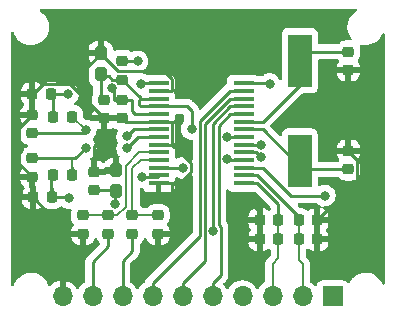
<source format=gtl>
G04 #@! TF.GenerationSoftware,KiCad,Pcbnew,(5.99.0-6951-g72beaf1538)*
G04 #@! TF.CreationDate,2020-12-13T17:26:36+11:00*
G04 #@! TF.ProjectId,ATM90E26_Breakout,41544d39-3045-4323-965f-427265616b6f,rev?*
G04 #@! TF.SameCoordinates,Original*
G04 #@! TF.FileFunction,Copper,L1,Top*
G04 #@! TF.FilePolarity,Positive*
%FSLAX46Y46*%
G04 Gerber Fmt 4.6, Leading zero omitted, Abs format (unit mm)*
G04 Created by KiCad (PCBNEW (5.99.0-6951-g72beaf1538)) date 2020-12-13 17:26:36*
%MOMM*%
%LPD*%
G01*
G04 APERTURE LIST*
G04 Aperture macros list*
%AMRoundRect*
0 Rectangle with rounded corners*
0 $1 Rounding radius*
0 $2 $3 $4 $5 $6 $7 $8 $9 X,Y pos of 4 corners*
0 Add a 4 corners polygon primitive as box body*
4,1,4,$2,$3,$4,$5,$6,$7,$8,$9,$2,$3,0*
0 Add four circle primitives for the rounded corners*
1,1,$1+$1,$2,$3,0*
1,1,$1+$1,$4,$5,0*
1,1,$1+$1,$6,$7,0*
1,1,$1+$1,$8,$9,0*
0 Add four rect primitives between the rounded corners*
20,1,$1+$1,$2,$3,$4,$5,0*
20,1,$1+$1,$4,$5,$6,$7,0*
20,1,$1+$1,$6,$7,$8,$9,0*
20,1,$1+$1,$8,$9,$2,$3,0*%
G04 Aperture macros list end*
G04 #@! TA.AperFunction,SMDPad,CuDef*
%ADD10RoundRect,0.218750X0.256250X-0.218750X0.256250X0.218750X-0.256250X0.218750X-0.256250X-0.218750X0*%
G04 #@! TD*
G04 #@! TA.AperFunction,SMDPad,CuDef*
%ADD11RoundRect,0.218750X-0.256250X0.218750X-0.256250X-0.218750X0.256250X-0.218750X0.256250X0.218750X0*%
G04 #@! TD*
G04 #@! TA.AperFunction,SMDPad,CuDef*
%ADD12R,2.000000X4.500000*%
G04 #@! TD*
G04 #@! TA.AperFunction,ComponentPad*
%ADD13R,1.700000X1.700000*%
G04 #@! TD*
G04 #@! TA.AperFunction,ComponentPad*
%ADD14O,1.700000X1.700000*%
G04 #@! TD*
G04 #@! TA.AperFunction,SMDPad,CuDef*
%ADD15R,1.750000X0.450000*%
G04 #@! TD*
G04 #@! TA.AperFunction,SMDPad,CuDef*
%ADD16RoundRect,0.250000X0.275000X-0.312500X0.275000X0.312500X-0.275000X0.312500X-0.275000X-0.312500X0*%
G04 #@! TD*
G04 #@! TA.AperFunction,SMDPad,CuDef*
%ADD17RoundRect,0.218750X0.218750X0.256250X-0.218750X0.256250X-0.218750X-0.256250X0.218750X-0.256250X0*%
G04 #@! TD*
G04 #@! TA.AperFunction,SMDPad,CuDef*
%ADD18RoundRect,0.218750X-0.218750X-0.256250X0.218750X-0.256250X0.218750X0.256250X-0.218750X0.256250X0*%
G04 #@! TD*
G04 #@! TA.AperFunction,ViaPad*
%ADD19C,0.800000*%
G04 #@! TD*
G04 #@! TA.AperFunction,Conductor*
%ADD20C,0.250000*%
G04 #@! TD*
G04 #@! TA.AperFunction,Conductor*
%ADD21C,0.200000*%
G04 #@! TD*
G04 APERTURE END LIST*
D10*
X161239000Y-105786500D03*
X161239000Y-104211500D03*
D11*
X161239000Y-95829100D03*
X161239000Y-97404100D03*
D12*
X157124000Y-105083000D03*
X157124000Y-96583000D03*
D13*
X159893000Y-116556000D03*
D14*
X157353000Y-116556000D03*
X154813000Y-116556000D03*
X152273000Y-116556000D03*
X149733000Y-116556000D03*
X147193000Y-116556000D03*
X144653000Y-116556000D03*
X142113000Y-116556000D03*
X139573000Y-116556000D03*
X137033000Y-116556000D03*
D15*
X145168000Y-98513000D03*
X145168000Y-99163000D03*
X145168000Y-99813000D03*
X145168000Y-100463000D03*
X145168000Y-101113000D03*
X145168000Y-101763000D03*
X145168000Y-102413000D03*
X145168000Y-103063000D03*
X145168000Y-103713000D03*
X145168000Y-104363000D03*
X145168000Y-105013000D03*
X145168000Y-105663000D03*
X145168000Y-106313000D03*
X145168000Y-106963000D03*
X152368000Y-106963000D03*
X152368000Y-106313000D03*
X152368000Y-105663000D03*
X152368000Y-105013000D03*
X152368000Y-104363000D03*
X152368000Y-103713000D03*
X152368000Y-103063000D03*
X152368000Y-102413000D03*
X152368000Y-101763000D03*
X152368000Y-101113000D03*
X152368000Y-100463000D03*
X152368000Y-99813000D03*
X152368000Y-99163000D03*
X152368000Y-98513000D03*
D16*
X140284000Y-97758100D03*
X140284000Y-95983100D03*
X141554000Y-107664500D03*
X141554000Y-105889500D03*
D11*
X139700000Y-105989500D03*
X139700000Y-107564500D03*
X140538000Y-99893500D03*
X140538000Y-101468500D03*
X142062000Y-96616500D03*
X142062000Y-98191500D03*
D10*
X142062000Y-101468500D03*
X142062000Y-99893500D03*
D17*
X158597500Y-110079000D03*
X157022500Y-110079000D03*
D18*
X153720500Y-110079000D03*
X155295500Y-110079000D03*
D17*
X158597500Y-111730000D03*
X157022500Y-111730000D03*
D18*
X153720500Y-111730000D03*
X155295500Y-111730000D03*
D10*
X134442000Y-102738500D03*
X134442000Y-101163500D03*
D17*
X137820500Y-101346000D03*
X136245500Y-101346000D03*
X137795500Y-106299000D03*
X136220500Y-106299000D03*
D10*
X134442000Y-106421500D03*
X134442000Y-104846500D03*
D17*
X136042500Y-99410600D03*
X134467500Y-99410600D03*
D18*
X134543500Y-108174000D03*
X136118500Y-108174000D03*
D11*
X140919000Y-109672500D03*
X140919000Y-111247500D03*
X142951000Y-109672500D03*
X142951000Y-111247500D03*
X138760000Y-109672500D03*
X138760000Y-111247500D03*
D10*
X145110000Y-111247500D03*
X145110000Y-109672500D03*
D19*
X152400000Y-92710000D03*
X156210000Y-92710000D03*
X148590000Y-92710000D03*
X158623000Y-113157000D03*
X153797000Y-113157000D03*
X153670000Y-108966000D03*
X163830000Y-104140000D03*
X133350000Y-111760000D03*
X160020000Y-92710000D03*
X137160000Y-92710000D03*
X163830000Y-100330000D03*
X163830000Y-107950000D03*
X133350000Y-100330000D03*
X144780000Y-92710000D03*
X140970000Y-92710000D03*
X133350000Y-107950000D03*
X163830000Y-111760000D03*
X163830000Y-96520000D03*
X133350000Y-96520000D03*
X133350000Y-104140000D03*
X147955000Y-102362000D03*
X153800300Y-103713000D03*
X141505000Y-108757000D03*
X143764000Y-106426000D03*
X143383000Y-96647000D03*
X141224000Y-98933000D03*
X147193000Y-105664000D03*
X142500000Y-104000000D03*
X139000000Y-104000000D03*
X142500000Y-103000000D03*
X139000000Y-102500000D03*
X150937800Y-104937400D03*
X153802700Y-104731900D03*
X137541000Y-108204000D03*
X137511000Y-99410600D03*
X149765400Y-110978600D03*
X154559000Y-98552000D03*
X143637000Y-98552000D03*
X159245900Y-108017700D03*
X150920900Y-103063000D03*
D20*
X140538000Y-101443000D02*
X142062000Y-101443000D01*
X138760000Y-111247200D02*
X137617200Y-111247200D01*
X137033000Y-114173000D02*
X137033000Y-116556000D01*
X161239000Y-104211000D02*
X161239000Y-97404100D01*
X145168000Y-106963000D02*
X146320700Y-106963000D01*
X139700000Y-105989000D02*
X141454000Y-105989000D01*
X139700000Y-103800000D02*
X140538000Y-102962000D01*
X138760000Y-111247500D02*
X138760000Y-112446000D01*
X133350000Y-104140000D02*
X133350000Y-102281000D01*
X133350000Y-105304000D02*
X133350000Y-104140000D01*
X142357000Y-101763000D02*
X145168000Y-101763000D01*
X134442000Y-106396000D02*
X133350000Y-105304000D01*
X146320700Y-111247500D02*
X146320700Y-106963000D01*
X146320700Y-101763000D02*
X146320700Y-103713000D01*
X145168000Y-99163000D02*
X146320700Y-99163000D01*
X140538000Y-101455700D02*
X137674700Y-98592400D01*
X153720500Y-110079000D02*
X153720500Y-109016500D01*
X141711900Y-97475400D02*
X140251800Y-96015300D01*
X147874900Y-105267200D02*
X146320700Y-103713000D01*
X145168000Y-103713000D02*
X146320700Y-103713000D01*
X158598000Y-110079100D02*
X158598000Y-111730000D01*
X140538000Y-102962000D02*
X140538000Y-101468500D01*
X153721000Y-110079000D02*
X153721000Y-110631300D01*
X153720500Y-113080500D02*
X153797000Y-113157000D01*
X153721000Y-110631300D02*
X153720500Y-110630800D01*
X146903600Y-106963000D02*
X147874900Y-105991700D01*
X153720500Y-111730000D02*
X153720500Y-113080500D01*
X158623000Y-113157000D02*
X158623000Y-111755500D01*
X145632900Y-97475400D02*
X141711900Y-97475400D01*
X153720500Y-110630800D02*
X153720500Y-110079000D01*
X139700000Y-105989000D02*
X139700000Y-103800000D01*
X145168000Y-101763000D02*
X146320700Y-101763000D01*
X153720500Y-109016500D02*
X153670000Y-108966000D01*
X134442000Y-101163500D02*
X134442000Y-99537600D01*
X135387200Y-98592400D02*
X134569000Y-99410600D01*
X161993900Y-104966400D02*
X161239000Y-104211500D01*
X158598000Y-110079000D02*
X161993900Y-106683100D01*
X147874900Y-105991700D02*
X147874900Y-105267200D01*
X158623000Y-111755500D02*
X158597500Y-111730000D01*
X138760000Y-112446000D02*
X137033000Y-114173000D01*
X146320700Y-99163000D02*
X146320700Y-98163200D01*
X134442000Y-106421500D02*
X134442000Y-108072000D01*
X137617200Y-111247200D02*
X134544000Y-108174000D01*
X140251800Y-96015300D02*
X137674700Y-98592400D01*
X153721000Y-110631300D02*
X153721000Y-111730000D01*
X133350000Y-102281000D02*
X134442000Y-101189000D01*
X146320700Y-98163200D02*
X145632900Y-97475400D01*
X146320700Y-106963000D02*
X146903600Y-106963000D01*
X145110000Y-111247500D02*
X146320700Y-111247500D01*
X161993900Y-106683100D02*
X161993900Y-104966400D01*
X137674700Y-98592400D02*
X135387200Y-98592400D01*
X143646000Y-99775400D02*
X142062000Y-98191500D01*
X143643000Y-100463000D02*
X145168000Y-100463000D01*
X147955000Y-100838000D02*
X147580000Y-100463000D01*
X143510000Y-99949000D02*
X143510000Y-100330000D01*
X140970000Y-97917000D02*
X140443000Y-97917000D01*
X147580000Y-100463000D02*
X145168000Y-100463000D01*
X143510000Y-100330000D02*
X143643000Y-100463000D01*
X141244000Y-98191500D02*
X140970000Y-97917000D01*
X143646000Y-99813000D02*
X143510000Y-99949000D01*
X142062000Y-98191500D02*
X141244000Y-98191500D01*
X140284000Y-97758100D02*
X140284000Y-99639100D01*
X145168000Y-99813000D02*
X143646000Y-99813000D01*
X143646000Y-99813000D02*
X143646000Y-99775400D01*
X147955000Y-102362000D02*
X147955000Y-100838000D01*
X153520700Y-103713000D02*
X153800300Y-103713000D01*
X152368000Y-103713000D02*
X153520700Y-103713000D01*
X145055000Y-106426000D02*
X143764000Y-106426000D01*
X141505000Y-107713000D02*
X141505000Y-108757000D01*
X145168000Y-106313000D02*
X145055000Y-106426000D01*
X139700000Y-107564000D02*
X141454000Y-107564000D01*
X148684900Y-111396400D02*
X144653000Y-115428300D01*
X148684900Y-101693400D02*
X148684900Y-111396400D01*
X151215300Y-99163000D02*
X148684900Y-101693400D01*
X144653000Y-116556000D02*
X144653000Y-115428300D01*
X152368000Y-99163000D02*
X151215300Y-99163000D01*
D21*
X145109500Y-109672000D02*
X142951500Y-109672000D01*
X142951000Y-109672000D02*
X142951000Y-105715000D01*
X142951000Y-105715000D02*
X143653000Y-105013000D01*
X143653000Y-105013000D02*
X145168000Y-105013000D01*
X157353000Y-113792000D02*
X157353000Y-116556000D01*
X157023000Y-113462000D02*
X157353000Y-113792000D01*
X157023000Y-110079000D02*
X157023000Y-111770500D01*
X157023000Y-111770500D02*
X157023000Y-113462000D01*
D20*
X157022500Y-109814800D02*
X153520700Y-106313000D01*
X152368000Y-106313000D02*
X153520700Y-106313000D01*
D21*
X155296000Y-113309000D02*
X154813000Y-113792000D01*
D20*
X155295500Y-108737800D02*
X153520700Y-106963000D01*
D21*
X154813000Y-113792000D02*
X154813000Y-116556000D01*
X155296000Y-110079000D02*
X155296000Y-111694000D01*
D20*
X152368000Y-106963000D02*
X153520700Y-106963000D01*
X155295500Y-110079000D02*
X155295500Y-108737800D01*
D21*
X155296000Y-111694000D02*
X155296000Y-113309000D01*
D20*
X141351000Y-99060000D02*
X141224000Y-98933000D01*
X142062000Y-96616500D02*
X143352000Y-96616500D01*
X142875000Y-100838000D02*
X142875000Y-99949000D01*
X143352000Y-96616500D02*
X143383000Y-96647000D01*
X142875000Y-99949000D02*
X142118000Y-99949000D01*
X143129000Y-101092000D02*
X142875000Y-100838000D01*
X142006000Y-99949000D02*
X141351000Y-99949000D01*
X145147000Y-101092000D02*
X143129000Y-101092000D01*
X141351000Y-99949000D02*
X141351000Y-99060000D01*
D21*
X142367000Y-108977000D02*
X141672000Y-109672000D01*
X145168000Y-104363000D02*
X143541000Y-104363000D01*
X141672000Y-109672000D02*
X140918500Y-109672000D01*
X140918500Y-109672000D02*
X138760500Y-109672000D01*
X143541000Y-104363000D02*
X142367000Y-105537000D01*
X142367000Y-105537000D02*
X142367000Y-108977000D01*
D20*
X149087700Y-101940600D02*
X151215300Y-99813000D01*
X152368000Y-99813000D02*
X151215300Y-99813000D01*
X147193000Y-115428300D02*
X149087700Y-113533600D01*
X149087700Y-113533600D02*
X149087700Y-101940600D01*
X147193000Y-116556000D02*
X147193000Y-115428300D01*
X145168000Y-105663000D02*
X147192000Y-105663000D01*
X147192000Y-105663000D02*
X147193000Y-105664000D01*
X134442000Y-104872000D02*
X137825000Y-104872000D01*
D21*
X137795000Y-106299000D02*
X137795000Y-105600500D01*
D20*
X137825000Y-104872000D02*
X138128000Y-104872000D01*
X143437000Y-103063000D02*
X145112000Y-103063000D01*
X142500000Y-104000000D02*
X143437000Y-103063000D01*
X137795500Y-105601000D02*
X137795500Y-106299000D01*
D21*
X137795000Y-105600500D02*
X137795000Y-104902000D01*
D20*
X137795000Y-105600500D02*
X137795500Y-105601000D01*
X138128000Y-104872000D02*
X139000000Y-104000000D01*
D21*
X137795000Y-104902000D02*
X137825000Y-104872000D01*
D20*
X154000000Y-102413000D02*
X156670000Y-105083000D01*
X152368000Y-102413000D02*
X154000000Y-102413000D01*
X161238500Y-105786000D02*
X157827000Y-105786000D01*
X161239000Y-95829100D02*
X157878000Y-95829100D01*
X152368000Y-101763000D02*
X154015000Y-101763000D01*
X154015000Y-101763000D02*
X157124000Y-98653700D01*
X139000000Y-102500000D02*
X138787000Y-102713000D01*
X143087000Y-102413000D02*
X145112000Y-102413000D01*
X138787000Y-102713000D02*
X134442000Y-102713000D01*
D21*
X137846000Y-101346000D02*
X139000000Y-102500000D01*
D20*
X142500000Y-103000000D02*
X143087000Y-102413000D01*
X151013400Y-105013000D02*
X150937800Y-104937400D01*
X152368000Y-105013000D02*
X151215300Y-105013000D01*
X151215300Y-105013000D02*
X151013400Y-105013000D01*
X152368000Y-104363000D02*
X153433800Y-104363000D01*
X153433800Y-104363000D02*
X153802700Y-104731900D01*
X136093000Y-107348500D02*
X136093000Y-106523000D01*
X136118500Y-107374000D02*
X136118500Y-108174000D01*
X136093000Y-107348500D02*
X136118500Y-107374000D01*
X136093000Y-108174000D02*
X136093000Y-107348500D01*
X136119000Y-108174000D02*
X137511000Y-108174000D01*
X137511000Y-108174000D02*
X137541000Y-108204000D01*
X136245500Y-100388800D02*
X136245500Y-101346000D01*
X136220000Y-100363300D02*
X136245500Y-100388800D01*
X136119000Y-99410600D02*
X137511000Y-99410600D01*
X136220000Y-101189000D02*
X136220000Y-100363300D01*
X136220000Y-100363300D02*
X136220000Y-99537600D01*
X140919000Y-112319000D02*
X139573000Y-113665000D01*
X139573000Y-113665000D02*
X139573000Y-116556000D01*
X140919000Y-111247500D02*
X140919000Y-112319000D01*
X142951000Y-112700000D02*
X142113000Y-113538000D01*
X142113000Y-113538000D02*
X142113000Y-116556000D01*
X142951000Y-111247500D02*
X142951000Y-112700000D01*
X150443100Y-110697800D02*
X150243100Y-110497800D01*
X150243100Y-110497800D02*
X150243100Y-102085200D01*
X150243100Y-102085200D02*
X151215300Y-101113000D01*
X149733000Y-116556000D02*
X149733000Y-115428300D01*
X150443100Y-114718200D02*
X150443100Y-110697800D01*
X152368000Y-101113000D02*
X151215300Y-101113000D01*
X149733000Y-115428300D02*
X150443100Y-114718200D01*
X149765400Y-101912900D02*
X151215300Y-100463000D01*
X152368000Y-100463000D02*
X151215300Y-100463000D01*
X149765400Y-110978600D02*
X149765400Y-101912900D01*
X154520000Y-98513000D02*
X154559000Y-98552000D01*
X152368000Y-98513000D02*
X154520000Y-98513000D01*
X145168000Y-98513000D02*
X143676000Y-98513000D01*
X143676000Y-98513000D02*
X143637000Y-98552000D01*
X154015100Y-105663000D02*
X152368000Y-105663000D01*
X156369800Y-108017700D02*
X154015100Y-105663000D01*
X159245900Y-108017700D02*
X156369800Y-108017700D01*
X151215300Y-103063000D02*
X150920900Y-103063000D01*
X152368000Y-103063000D02*
X151215300Y-103063000D01*
G04 #@! TA.AperFunction,Conductor*
G36*
X161904203Y-92201602D02*
G01*
X161950696Y-92255258D01*
X161960800Y-92325532D01*
X161931306Y-92390112D01*
X161906905Y-92411812D01*
X161723968Y-92536136D01*
X161544856Y-92705514D01*
X161541778Y-92709540D01*
X161541777Y-92709541D01*
X161398200Y-92897331D01*
X161398197Y-92897335D01*
X161395127Y-92901351D01*
X161278636Y-93118607D01*
X161198378Y-93351693D01*
X161197517Y-93356676D01*
X161197517Y-93356677D01*
X161168955Y-93522034D01*
X161156418Y-93594612D01*
X161154275Y-93799193D01*
X161153837Y-93841115D01*
X161154594Y-93846118D01*
X161154594Y-93846123D01*
X161189943Y-94079855D01*
X161190700Y-94084860D01*
X161192246Y-94089677D01*
X161192247Y-94089679D01*
X161258347Y-94295557D01*
X161266059Y-94319576D01*
X161377975Y-94539224D01*
X161380960Y-94543303D01*
X161380961Y-94543304D01*
X161479312Y-94677684D01*
X161503404Y-94744468D01*
X161487564Y-94813675D01*
X161436824Y-94863333D01*
X161377635Y-94878100D01*
X160982751Y-94878100D01*
X160859895Y-94892424D01*
X160821569Y-94896892D01*
X160821568Y-94896892D01*
X160814297Y-94897740D01*
X160807420Y-94900236D01*
X160807417Y-94900237D01*
X160772796Y-94912804D01*
X160654879Y-94955606D01*
X160513050Y-95048593D01*
X160508018Y-95053905D01*
X160508013Y-95053909D01*
X160411061Y-95156253D01*
X160349692Y-95191951D01*
X160319589Y-95195600D01*
X158763500Y-95195600D01*
X158695379Y-95175598D01*
X158648886Y-95121942D01*
X158637500Y-95069600D01*
X158637500Y-94333000D01*
X158632273Y-94259921D01*
X158591096Y-94119684D01*
X158555039Y-94063579D01*
X158516949Y-94004309D01*
X158516947Y-94004306D01*
X158512077Y-93996729D01*
X158505267Y-93990828D01*
X158408431Y-93906918D01*
X158408428Y-93906916D01*
X158401619Y-93901016D01*
X158268670Y-93840300D01*
X158259755Y-93839018D01*
X158259754Y-93839018D01*
X158128448Y-93820139D01*
X158128441Y-93820138D01*
X158124000Y-93819500D01*
X156124000Y-93819500D01*
X156050921Y-93824727D01*
X155985140Y-93844042D01*
X155919330Y-93863365D01*
X155919328Y-93863366D01*
X155910684Y-93865904D01*
X155903105Y-93870775D01*
X155795309Y-93940051D01*
X155795306Y-93940053D01*
X155787729Y-93944923D01*
X155781828Y-93951733D01*
X155697918Y-94048569D01*
X155697916Y-94048572D01*
X155692016Y-94055381D01*
X155688272Y-94063579D01*
X155653468Y-94139790D01*
X155631300Y-94188330D01*
X155630018Y-94197245D01*
X155630018Y-94197246D01*
X155611139Y-94328552D01*
X155611138Y-94328559D01*
X155610500Y-94333000D01*
X155610500Y-98086021D01*
X155590498Y-98154142D01*
X155536842Y-98200635D01*
X155466568Y-98210739D01*
X155401988Y-98181245D01*
X155375381Y-98149021D01*
X155301338Y-98020776D01*
X155298037Y-98015058D01*
X155247841Y-97959309D01*
X155174673Y-97878048D01*
X155174672Y-97878047D01*
X155170251Y-97873137D01*
X155164909Y-97869256D01*
X155164907Y-97869254D01*
X155021092Y-97764767D01*
X155021091Y-97764766D01*
X155015750Y-97760886D01*
X155009722Y-97758202D01*
X155009720Y-97758201D01*
X154847318Y-97685895D01*
X154847317Y-97685895D01*
X154841287Y-97683210D01*
X154737857Y-97661225D01*
X154660944Y-97644876D01*
X154660939Y-97644876D01*
X154654487Y-97643504D01*
X154463513Y-97643504D01*
X154457061Y-97644876D01*
X154457056Y-97644876D01*
X154380143Y-97661225D01*
X154276713Y-97683210D01*
X154270683Y-97685895D01*
X154270682Y-97685895D01*
X154108280Y-97758201D01*
X154108278Y-97758202D01*
X154102250Y-97760886D01*
X154096909Y-97764766D01*
X154096908Y-97764767D01*
X153972112Y-97855436D01*
X153898051Y-97879500D01*
X153591785Y-97879500D01*
X153525136Y-97859930D01*
X153520619Y-97856016D01*
X153387670Y-97795300D01*
X153378755Y-97794018D01*
X153378754Y-97794018D01*
X153247448Y-97775139D01*
X153247441Y-97775138D01*
X153243000Y-97774500D01*
X151493000Y-97774500D01*
X151419921Y-97779727D01*
X151366884Y-97795300D01*
X151288330Y-97818365D01*
X151288328Y-97818366D01*
X151279684Y-97820904D01*
X151272105Y-97825775D01*
X151164309Y-97895051D01*
X151164306Y-97895053D01*
X151156729Y-97899923D01*
X151150828Y-97906733D01*
X151066918Y-98003569D01*
X151066916Y-98003572D01*
X151061016Y-98010381D01*
X151000300Y-98143330D01*
X150999018Y-98152245D01*
X150999018Y-98152246D01*
X150980139Y-98283552D01*
X150980138Y-98283559D01*
X150979500Y-98288000D01*
X150979500Y-98490624D01*
X150959498Y-98558745D01*
X150914448Y-98600806D01*
X150907700Y-98603478D01*
X150901289Y-98608136D01*
X150901287Y-98608137D01*
X150871929Y-98629467D01*
X150862012Y-98635982D01*
X150823958Y-98658487D01*
X150823540Y-98658855D01*
X150809458Y-98672937D01*
X150794425Y-98685778D01*
X150778217Y-98697554D01*
X150773165Y-98703661D01*
X150750276Y-98731329D01*
X150742286Y-98740109D01*
X149672898Y-99809498D01*
X148774237Y-100708159D01*
X148711925Y-100742184D01*
X148641110Y-100737120D01*
X148584274Y-100694573D01*
X148567989Y-100665445D01*
X148565820Y-100659965D01*
X148565140Y-100658248D01*
X148557162Y-100638097D01*
X148553318Y-100626869D01*
X148543198Y-100592035D01*
X148540986Y-100584421D01*
X148530677Y-100566989D01*
X148521980Y-100549236D01*
X148517442Y-100537775D01*
X148514522Y-100530400D01*
X148488531Y-100494626D01*
X148482016Y-100484707D01*
X148462529Y-100451758D01*
X148462527Y-100451755D01*
X148459513Y-100446659D01*
X148459145Y-100446241D01*
X148445062Y-100432158D01*
X148432228Y-100417133D01*
X148420446Y-100400917D01*
X148386664Y-100372970D01*
X148377885Y-100364981D01*
X148083391Y-100070487D01*
X148076031Y-100062399D01*
X148071973Y-100056005D01*
X148023121Y-100010130D01*
X148020280Y-100007376D01*
X147999966Y-99987062D01*
X147996555Y-99984417D01*
X147987533Y-99976711D01*
X147961077Y-99951867D01*
X147955301Y-99946443D01*
X147948357Y-99942626D01*
X147948355Y-99942624D01*
X147937547Y-99936682D01*
X147921023Y-99925828D01*
X147911286Y-99918275D01*
X147911285Y-99918275D01*
X147905023Y-99913417D01*
X147897750Y-99910270D01*
X147897747Y-99910268D01*
X147877335Y-99901435D01*
X147864458Y-99895863D01*
X147853800Y-99890642D01*
X147821994Y-99873156D01*
X147821990Y-99873154D01*
X147815048Y-99869338D01*
X147807373Y-99867368D01*
X147807372Y-99867367D01*
X147795426Y-99864300D01*
X147776719Y-99857895D01*
X147765410Y-99853001D01*
X147765408Y-99853001D01*
X147758135Y-99849853D01*
X147750307Y-99848613D01*
X147750306Y-99848613D01*
X147714473Y-99842938D01*
X147702848Y-99840530D01*
X147665782Y-99831013D01*
X147665780Y-99831013D01*
X147660025Y-99829535D01*
X147659469Y-99829500D01*
X147639546Y-99829500D01*
X147619837Y-99827949D01*
X147600055Y-99824816D01*
X147592163Y-99825562D01*
X147556418Y-99828941D01*
X147544560Y-99829500D01*
X146682500Y-99829500D01*
X146614379Y-99809498D01*
X146567886Y-99755842D01*
X146556500Y-99703500D01*
X146556500Y-99588000D01*
X146551273Y-99514921D01*
X146549370Y-99508441D01*
X146548171Y-99501794D01*
X146549295Y-99501591D01*
X146546097Y-99456876D01*
X146553422Y-99405934D01*
X146551161Y-99390209D01*
X146548928Y-99387632D01*
X146499546Y-99355896D01*
X146488773Y-99341505D01*
X146435946Y-99259305D01*
X146435945Y-99259304D01*
X146431077Y-99251729D01*
X146424271Y-99245831D01*
X146421385Y-99242501D01*
X146391892Y-99177921D01*
X146401995Y-99107647D01*
X146421384Y-99077477D01*
X146469082Y-99022431D01*
X146469084Y-99022428D01*
X146474984Y-99015619D01*
X146482278Y-98999648D01*
X146528773Y-98945994D01*
X146551191Y-98935756D01*
X146552753Y-98933953D01*
X146554871Y-98922215D01*
X146551260Y-98871727D01*
X146547676Y-98851863D01*
X146549294Y-98851571D01*
X146546263Y-98809200D01*
X146556500Y-98738000D01*
X146556500Y-98288000D01*
X146551273Y-98214921D01*
X146527846Y-98135136D01*
X146512635Y-98083330D01*
X146512634Y-98083328D01*
X146510096Y-98074684D01*
X146474039Y-98018579D01*
X146435949Y-97959309D01*
X146435947Y-97959306D01*
X146431077Y-97951729D01*
X146395568Y-97920960D01*
X146327431Y-97861918D01*
X146327428Y-97861916D01*
X146320619Y-97856016D01*
X146187670Y-97795300D01*
X146178755Y-97794018D01*
X146178754Y-97794018D01*
X146047448Y-97775139D01*
X146047441Y-97775138D01*
X146043000Y-97774500D01*
X144293000Y-97774500D01*
X144219921Y-97779727D01*
X144207974Y-97783235D01*
X144136978Y-97783235D01*
X144105101Y-97767563D01*
X144104809Y-97768068D01*
X144099091Y-97764767D01*
X144093750Y-97760886D01*
X144087722Y-97758202D01*
X144087720Y-97758201D01*
X143925318Y-97685895D01*
X143925317Y-97685895D01*
X143919287Y-97683210D01*
X143870928Y-97672931D01*
X143808455Y-97639203D01*
X143774133Y-97577053D01*
X143778861Y-97506214D01*
X143821137Y-97449176D01*
X143833878Y-97440728D01*
X143839750Y-97438114D01*
X143885726Y-97404711D01*
X143988907Y-97329746D01*
X143988909Y-97329744D01*
X143994251Y-97325863D01*
X144122037Y-97183942D01*
X144217524Y-97018554D01*
X144276538Y-96836927D01*
X144296500Y-96647000D01*
X144278964Y-96480154D01*
X144277228Y-96463637D01*
X144277228Y-96463636D01*
X144276538Y-96457073D01*
X144217524Y-96275446D01*
X144198771Y-96242964D01*
X144125338Y-96115776D01*
X144122037Y-96110058D01*
X143994251Y-95968137D01*
X143988909Y-95964256D01*
X143988907Y-95964254D01*
X143845092Y-95859767D01*
X143845091Y-95859766D01*
X143839750Y-95855886D01*
X143833722Y-95853202D01*
X143833720Y-95853201D01*
X143671318Y-95780895D01*
X143671317Y-95780895D01*
X143665287Y-95778210D01*
X143571887Y-95758357D01*
X143484944Y-95739876D01*
X143484939Y-95739876D01*
X143478487Y-95738504D01*
X143287513Y-95738504D01*
X143281061Y-95739876D01*
X143281056Y-95739876D01*
X143194113Y-95758357D01*
X143100713Y-95778210D01*
X143094683Y-95780895D01*
X143094682Y-95780895D01*
X142932278Y-95853202D01*
X142932016Y-95853319D01*
X142932015Y-95853319D01*
X142926250Y-95855886D01*
X142925781Y-95854832D01*
X142863124Y-95870032D01*
X142796032Y-95846812D01*
X142782466Y-95835648D01*
X142762199Y-95816449D01*
X142756885Y-95811415D01*
X142610234Y-95726234D01*
X142516671Y-95697897D01*
X142454112Y-95678949D01*
X142454109Y-95678948D01*
X142447920Y-95677074D01*
X142318250Y-95665500D01*
X141805751Y-95665500D01*
X141690398Y-95678949D01*
X141644569Y-95684292D01*
X141644568Y-95684292D01*
X141637297Y-95685140D01*
X141630420Y-95687636D01*
X141630417Y-95687637D01*
X141569137Y-95709881D01*
X141486127Y-95740012D01*
X141415271Y-95744453D01*
X141353261Y-95709881D01*
X141319785Y-95647271D01*
X141317985Y-95636165D01*
X141302383Y-95502346D01*
X141299037Y-95488191D01*
X141243737Y-95335840D01*
X141237227Y-95322841D01*
X141148359Y-95187293D01*
X141139035Y-95176142D01*
X141021371Y-95064678D01*
X141009724Y-95055965D01*
X140869571Y-94974557D01*
X140856246Y-94968763D01*
X140700300Y-94921532D01*
X140687677Y-94919084D01*
X140561793Y-94907849D01*
X140556198Y-94907600D01*
X140556115Y-94907600D01*
X140540876Y-94912075D01*
X140539671Y-94913465D01*
X140538000Y-94921148D01*
X140537999Y-95729098D01*
X140538000Y-95729104D01*
X140537999Y-96111100D01*
X140517997Y-96179221D01*
X140464341Y-96225714D01*
X140411999Y-96237100D01*
X139264115Y-96237099D01*
X139248876Y-96241574D01*
X139247671Y-96242964D01*
X139246000Y-96250647D01*
X139246000Y-96291937D01*
X139246424Y-96299238D01*
X139265617Y-96463854D01*
X139268963Y-96478009D01*
X139324263Y-96630360D01*
X139330773Y-96643359D01*
X139419638Y-96778902D01*
X139430353Y-96791717D01*
X139458704Y-96856808D01*
X139447364Y-96926893D01*
X139425163Y-96959193D01*
X139397642Y-96988245D01*
X139308825Y-97141155D01*
X139257567Y-97310396D01*
X139256992Y-97316836D01*
X139256992Y-97316837D01*
X139246515Y-97434233D01*
X139245500Y-97445600D01*
X139245500Y-98070599D01*
X139253980Y-98143330D01*
X139262040Y-98212461D01*
X139265978Y-98246242D01*
X139268474Y-98253120D01*
X139268475Y-98253122D01*
X139282767Y-98292496D01*
X139326313Y-98412463D01*
X139330326Y-98418584D01*
X139330327Y-98418586D01*
X139345767Y-98442136D01*
X139423269Y-98560347D01*
X139551645Y-98681958D01*
X139587787Y-98702951D01*
X139636645Y-98754460D01*
X139650501Y-98811904D01*
X139650501Y-99279503D01*
X139633455Y-99342788D01*
X139610234Y-99382766D01*
X139586692Y-99460496D01*
X139574246Y-99501591D01*
X139561074Y-99545080D01*
X139560499Y-99551522D01*
X139555565Y-99606806D01*
X139549500Y-99674750D01*
X139549500Y-100112249D01*
X139563230Y-100230012D01*
X139567376Y-100265569D01*
X139569140Y-100280703D01*
X139571636Y-100287580D01*
X139571637Y-100287583D01*
X139608337Y-100388689D01*
X139627006Y-100440121D01*
X139719993Y-100581950D01*
X139725305Y-100586983D01*
X139725310Y-100586988D01*
X139730343Y-100591756D01*
X139766040Y-100653125D01*
X139762892Y-100724052D01*
X139735161Y-100769881D01*
X139700852Y-100806098D01*
X139692139Y-100817745D01*
X139614366Y-100951640D01*
X139608572Y-100964965D01*
X139563439Y-101113983D01*
X139560991Y-101126608D01*
X139554757Y-101196454D01*
X139557728Y-101211375D01*
X139569538Y-101214500D01*
X140283998Y-101214501D01*
X140284004Y-101214500D01*
X141038997Y-101214501D01*
X141039003Y-101214500D01*
X142190000Y-101214501D01*
X142258121Y-101234503D01*
X142304614Y-101288159D01*
X142316000Y-101340501D01*
X142315999Y-101596500D01*
X142295997Y-101664621D01*
X142242341Y-101711114D01*
X142189999Y-101722500D01*
X141561003Y-101722499D01*
X141560997Y-101722500D01*
X140810115Y-101722499D01*
X140794876Y-101726974D01*
X140793671Y-101728364D01*
X140792000Y-101736047D01*
X140791999Y-102400885D01*
X140796474Y-102416124D01*
X140797864Y-102417329D01*
X140801605Y-102418142D01*
X140955318Y-102400222D01*
X140969465Y-102396878D01*
X141115021Y-102344043D01*
X141128017Y-102337535D01*
X141228345Y-102271757D01*
X141296281Y-102251134D01*
X141364581Y-102270514D01*
X141372900Y-102276231D01*
X141373741Y-102276860D01*
X141507640Y-102354635D01*
X141520973Y-102360433D01*
X141623665Y-102391535D01*
X141683064Y-102430424D01*
X141712007Y-102495253D01*
X141701307Y-102565438D01*
X141696261Y-102575124D01*
X141665476Y-102628446D01*
X141606462Y-102810073D01*
X141605772Y-102816636D01*
X141605772Y-102816637D01*
X141597057Y-102899554D01*
X141586500Y-103000000D01*
X141587190Y-103006565D01*
X141598948Y-103118431D01*
X141606462Y-103189927D01*
X141608502Y-103196205D01*
X141608502Y-103196206D01*
X141635441Y-103279115D01*
X141665476Y-103371554D01*
X141668779Y-103377276D01*
X141668780Y-103377277D01*
X141703261Y-103437000D01*
X141719999Y-103505996D01*
X141703261Y-103563000D01*
X141674975Y-103611994D01*
X141665476Y-103628446D01*
X141606462Y-103810073D01*
X141605772Y-103816636D01*
X141605772Y-103816637D01*
X141597903Y-103891505D01*
X141586500Y-104000000D01*
X141587190Y-104006565D01*
X141603112Y-104158049D01*
X141606462Y-104189927D01*
X141608502Y-104196205D01*
X141608502Y-104196206D01*
X141622244Y-104238500D01*
X141665476Y-104371554D01*
X141760963Y-104536942D01*
X141837913Y-104622403D01*
X141868628Y-104686408D01*
X141859865Y-104756861D01*
X141833191Y-104788856D01*
X141835104Y-104790514D01*
X141809671Y-104819865D01*
X141808000Y-104827548D01*
X141808000Y-105272047D01*
X141798409Y-105320264D01*
X141791970Y-105335810D01*
X141774405Y-105378215D01*
X141771764Y-105398275D01*
X141758500Y-105499023D01*
X141758500Y-105499028D01*
X141753501Y-105537000D01*
X141754579Y-105545188D01*
X141754579Y-105545189D01*
X141757422Y-105566784D01*
X141758500Y-105583230D01*
X141758500Y-106017500D01*
X141738498Y-106085621D01*
X141684842Y-106132114D01*
X141632500Y-106143500D01*
X140741115Y-106143499D01*
X140725876Y-106147974D01*
X140720157Y-106154574D01*
X140691753Y-106206594D01*
X140629442Y-106240620D01*
X140602656Y-106243500D01*
X139954002Y-106243499D01*
X139953996Y-106243500D01*
X139572000Y-106243499D01*
X139503879Y-106223497D01*
X139457386Y-106169841D01*
X139446000Y-106117499D01*
X139446000Y-105717385D01*
X139953999Y-105717385D01*
X139958474Y-105732624D01*
X139959864Y-105733829D01*
X139967547Y-105735500D01*
X140462885Y-105735501D01*
X140478125Y-105731026D01*
X140483843Y-105724427D01*
X140512246Y-105672407D01*
X140574557Y-105638380D01*
X140601344Y-105635500D01*
X141281885Y-105635501D01*
X141297124Y-105631026D01*
X141298329Y-105629636D01*
X141300000Y-105621953D01*
X141300001Y-104832115D01*
X141295526Y-104816876D01*
X141294136Y-104815671D01*
X141286453Y-104814000D01*
X141282663Y-104814000D01*
X141275362Y-104814424D01*
X141110746Y-104833617D01*
X141096591Y-104836963D01*
X140944240Y-104892263D01*
X140931241Y-104898773D01*
X140795693Y-104987641D01*
X140784542Y-104996965D01*
X140673078Y-105114629D01*
X140664365Y-105126276D01*
X140626665Y-105191180D01*
X140575154Y-105240038D01*
X140505405Y-105253292D01*
X140439564Y-105226732D01*
X140431057Y-105219366D01*
X140399901Y-105189851D01*
X140388255Y-105181139D01*
X140254360Y-105103366D01*
X140241035Y-105097572D01*
X140092017Y-105052439D01*
X140079392Y-105049991D01*
X139968417Y-105040086D01*
X139956876Y-105043475D01*
X139955671Y-105044865D01*
X139954000Y-105052548D01*
X139953999Y-105717385D01*
X139446000Y-105717385D01*
X139446001Y-105057115D01*
X139441526Y-105041876D01*
X139429369Y-105031342D01*
X139388327Y-105008931D01*
X139354302Y-104946619D01*
X139359366Y-104875803D01*
X139401913Y-104818967D01*
X139426172Y-104804729D01*
X139450715Y-104793801D01*
X139456750Y-104791114D01*
X139503875Y-104756876D01*
X139605907Y-104682746D01*
X139605909Y-104682744D01*
X139611251Y-104678863D01*
X139659788Y-104624957D01*
X139734618Y-104541850D01*
X139734622Y-104541845D01*
X139739037Y-104536942D01*
X139834524Y-104371554D01*
X139877756Y-104238500D01*
X139891498Y-104196206D01*
X139891498Y-104196205D01*
X139893538Y-104189927D01*
X139896889Y-104158049D01*
X139912810Y-104006565D01*
X139913500Y-104000000D01*
X139902097Y-103891505D01*
X139894228Y-103816637D01*
X139894228Y-103816636D01*
X139893538Y-103810073D01*
X139834524Y-103628446D01*
X139825026Y-103611994D01*
X139785530Y-103543586D01*
X139739037Y-103463058D01*
X139701823Y-103421727D01*
X139623112Y-103334310D01*
X139592394Y-103270303D01*
X139601159Y-103199849D01*
X139623112Y-103165690D01*
X139734618Y-103041850D01*
X139734619Y-103041849D01*
X139739037Y-103036942D01*
X139818358Y-102899554D01*
X139831220Y-102877277D01*
X139831221Y-102877276D01*
X139834524Y-102871554D01*
X139893538Y-102689927D01*
X139913500Y-102500000D01*
X139914185Y-102500072D01*
X139932812Y-102436633D01*
X139986468Y-102390140D01*
X140056742Y-102380036D01*
X140075333Y-102384164D01*
X140145974Y-102405559D01*
X140158608Y-102408009D01*
X140269583Y-102417914D01*
X140281124Y-102414525D01*
X140282329Y-102413135D01*
X140284000Y-102405452D01*
X140284001Y-101740615D01*
X140279526Y-101725376D01*
X140278136Y-101724171D01*
X140270453Y-101722500D01*
X139572225Y-101722499D01*
X139562165Y-101725453D01*
X139491169Y-101725453D01*
X139463667Y-101713676D01*
X139462088Y-101712765D01*
X139456750Y-101708886D01*
X139443573Y-101703019D01*
X139288318Y-101633895D01*
X139288317Y-101633895D01*
X139282287Y-101631210D01*
X139188887Y-101611357D01*
X139101944Y-101592876D01*
X139101939Y-101592876D01*
X139095487Y-101591504D01*
X139004242Y-101591504D01*
X138936121Y-101571502D01*
X138915147Y-101554599D01*
X138808405Y-101447857D01*
X138774379Y-101385545D01*
X138771500Y-101358762D01*
X138771500Y-101089751D01*
X138751860Y-100921297D01*
X138747580Y-100909504D01*
X138696491Y-100768758D01*
X138693994Y-100761879D01*
X138601007Y-100620050D01*
X138477885Y-100503415D01*
X138395961Y-100455830D01*
X138337567Y-100421912D01*
X138337564Y-100421911D01*
X138331234Y-100418234D01*
X138168920Y-100369073D01*
X138162484Y-100368499D01*
X138162481Y-100368498D01*
X138119386Y-100364652D01*
X138053313Y-100338673D01*
X138011774Y-100281097D01*
X138007957Y-100210203D01*
X138043075Y-100148500D01*
X138056526Y-100137215D01*
X138116907Y-100093346D01*
X138116909Y-100093344D01*
X138122251Y-100089463D01*
X138164574Y-100042459D01*
X138245618Y-99952450D01*
X138245619Y-99952449D01*
X138250037Y-99947542D01*
X138318189Y-99829500D01*
X138342220Y-99787877D01*
X138342221Y-99787876D01*
X138345524Y-99782154D01*
X138377834Y-99682715D01*
X138402498Y-99606806D01*
X138402498Y-99606805D01*
X138404538Y-99600527D01*
X138405618Y-99590257D01*
X138423810Y-99417165D01*
X138424500Y-99410600D01*
X138417238Y-99341505D01*
X138405228Y-99227237D01*
X138405228Y-99227236D01*
X138404538Y-99220673D01*
X138383720Y-99156600D01*
X138347566Y-99045331D01*
X138345524Y-99039046D01*
X138331999Y-99015619D01*
X138279078Y-98923958D01*
X138250037Y-98873658D01*
X138217434Y-98837448D01*
X138126673Y-98736648D01*
X138126672Y-98736647D01*
X138122251Y-98731737D01*
X138116909Y-98727856D01*
X138116907Y-98727854D01*
X137973092Y-98623367D01*
X137973091Y-98623366D01*
X137967750Y-98619486D01*
X137961722Y-98616802D01*
X137961720Y-98616801D01*
X137799318Y-98544495D01*
X137799317Y-98544495D01*
X137793287Y-98541810D01*
X137699887Y-98521957D01*
X137612944Y-98503476D01*
X137612939Y-98503476D01*
X137606487Y-98502104D01*
X137415513Y-98502104D01*
X137409061Y-98503476D01*
X137409056Y-98503476D01*
X137322113Y-98521957D01*
X137228713Y-98541810D01*
X137222683Y-98544495D01*
X137222682Y-98544495D01*
X137060280Y-98616801D01*
X137060278Y-98616802D01*
X137054250Y-98619486D01*
X137048908Y-98623367D01*
X137048903Y-98623370D01*
X136969152Y-98681312D01*
X136902285Y-98705171D01*
X136833133Y-98689090D01*
X136808439Y-98670849D01*
X136705199Y-98573049D01*
X136699885Y-98568015D01*
X136640485Y-98533513D01*
X136559567Y-98486512D01*
X136559564Y-98486511D01*
X136553234Y-98482834D01*
X136390920Y-98433673D01*
X136384484Y-98433099D01*
X136384481Y-98433098D01*
X136264043Y-98422349D01*
X136264037Y-98422349D01*
X136261250Y-98422100D01*
X135823751Y-98422100D01*
X135708415Y-98435547D01*
X135662569Y-98440892D01*
X135662568Y-98440892D01*
X135655297Y-98441740D01*
X135648420Y-98444236D01*
X135648417Y-98444237D01*
X135546669Y-98481170D01*
X135495879Y-98499606D01*
X135354050Y-98592593D01*
X135349017Y-98597905D01*
X135349012Y-98597910D01*
X135344244Y-98602943D01*
X135282875Y-98638640D01*
X135211948Y-98635492D01*
X135166119Y-98607761D01*
X135129902Y-98573452D01*
X135118255Y-98564739D01*
X134984362Y-98486967D01*
X134971030Y-98481170D01*
X134822019Y-98436039D01*
X134809393Y-98433590D01*
X134739544Y-98427356D01*
X134724625Y-98430328D01*
X134721500Y-98442136D01*
X134721499Y-99156598D01*
X134721500Y-99156604D01*
X134721499Y-100364971D01*
X134701497Y-100433092D01*
X134698058Y-100437685D01*
X134696000Y-100447148D01*
X134695999Y-100909498D01*
X134696000Y-100909504D01*
X134695999Y-101291500D01*
X134675997Y-101359621D01*
X134622341Y-101406114D01*
X134569999Y-101417500D01*
X133476225Y-101417499D01*
X133462157Y-101421630D01*
X133460109Y-101434641D01*
X133472778Y-101543316D01*
X133476123Y-101557468D01*
X133528956Y-101703019D01*
X133535466Y-101716018D01*
X133620365Y-101845511D01*
X133629689Y-101856663D01*
X133634322Y-101861052D01*
X133670020Y-101922421D01*
X133666872Y-101993348D01*
X133639142Y-102039178D01*
X133599414Y-102081115D01*
X133514233Y-102227766D01*
X133465073Y-102390080D01*
X133464498Y-102396520D01*
X133464498Y-102396521D01*
X133454677Y-102506565D01*
X133453500Y-102519750D01*
X133453500Y-102957249D01*
X133473140Y-103125703D01*
X133475636Y-103132581D01*
X133475637Y-103132583D01*
X133524379Y-103266865D01*
X133531006Y-103285122D01*
X133623993Y-103426951D01*
X133747115Y-103543586D01*
X133893766Y-103628767D01*
X134032881Y-103670901D01*
X134092275Y-103709787D01*
X134121219Y-103774616D01*
X134110519Y-103844802D01*
X134063573Y-103898061D01*
X134025341Y-103914109D01*
X134024563Y-103914293D01*
X134017297Y-103915140D01*
X134010422Y-103917636D01*
X134010420Y-103917636D01*
X133900594Y-103957501D01*
X133857878Y-103973006D01*
X133716049Y-104065993D01*
X133599414Y-104189115D01*
X133514233Y-104335766D01*
X133473994Y-104468625D01*
X133469476Y-104483544D01*
X133465073Y-104498080D01*
X133464498Y-104504520D01*
X133464498Y-104504521D01*
X133455489Y-104605468D01*
X133453500Y-104627750D01*
X133453500Y-105065249D01*
X133473140Y-105233703D01*
X133475636Y-105240581D01*
X133475637Y-105240583D01*
X133516438Y-105352988D01*
X133531006Y-105393122D01*
X133623993Y-105534951D01*
X133629313Y-105539990D01*
X133629314Y-105539992D01*
X133634342Y-105544756D01*
X133670039Y-105606125D01*
X133666891Y-105677052D01*
X133639160Y-105722881D01*
X133604851Y-105759098D01*
X133596138Y-105770745D01*
X133518365Y-105904640D01*
X133512571Y-105917965D01*
X133467438Y-106066984D01*
X133464990Y-106079607D01*
X133458756Y-106149456D01*
X133461728Y-106164375D01*
X133473536Y-106167500D01*
X134187998Y-106167501D01*
X134188004Y-106167500D01*
X134570000Y-106167501D01*
X134638121Y-106187503D01*
X134684614Y-106241159D01*
X134696000Y-106293501D01*
X134695999Y-107132885D01*
X134700474Y-107148124D01*
X134705537Y-107152512D01*
X134760596Y-107182576D01*
X134794621Y-107244888D01*
X134797500Y-107271671D01*
X134797500Y-109139775D01*
X134801631Y-109153843D01*
X134814642Y-109155891D01*
X134923319Y-109143222D01*
X134937466Y-109139878D01*
X135083022Y-109087043D01*
X135096017Y-109080535D01*
X135225511Y-108995635D01*
X135236663Y-108986311D01*
X135241052Y-108981678D01*
X135302421Y-108945980D01*
X135373348Y-108949128D01*
X135419178Y-108976858D01*
X135461115Y-109016586D01*
X135607766Y-109101767D01*
X135770080Y-109150927D01*
X135776520Y-109151502D01*
X135776521Y-109151502D01*
X135896957Y-109162251D01*
X135896963Y-109162251D01*
X135899750Y-109162500D01*
X136337250Y-109162500D01*
X136460106Y-109148176D01*
X136498432Y-109143708D01*
X136498433Y-109143708D01*
X136505704Y-109142860D01*
X136512581Y-109140364D01*
X136512584Y-109140363D01*
X136658243Y-109087491D01*
X136665122Y-109084994D01*
X136806951Y-108992007D01*
X136811983Y-108986695D01*
X136811988Y-108986691D01*
X136842197Y-108954802D01*
X136903566Y-108919104D01*
X136974493Y-108922252D01*
X137007729Y-108939518D01*
X137028765Y-108954802D01*
X137072657Y-108986691D01*
X137084250Y-108995114D01*
X137090278Y-108997798D01*
X137090280Y-108997799D01*
X137184818Y-109039890D01*
X137258713Y-109072790D01*
X137342031Y-109090500D01*
X137439056Y-109111124D01*
X137439061Y-109111124D01*
X137445513Y-109112496D01*
X137636487Y-109112496D01*
X137642945Y-109111123D01*
X137642948Y-109111123D01*
X137653044Y-109108977D01*
X137723835Y-109114378D01*
X137780468Y-109157193D01*
X137804963Y-109223831D01*
X137799833Y-109268746D01*
X137788241Y-109307021D01*
X137783074Y-109324080D01*
X137771500Y-109453750D01*
X137771500Y-109891249D01*
X137791140Y-110059703D01*
X137793636Y-110066580D01*
X137793637Y-110066583D01*
X137833436Y-110176226D01*
X137849006Y-110219121D01*
X137941993Y-110360950D01*
X137947305Y-110365983D01*
X137947310Y-110365988D01*
X137952343Y-110370756D01*
X137988040Y-110432125D01*
X137984892Y-110503052D01*
X137957161Y-110548881D01*
X137922852Y-110585098D01*
X137914139Y-110596745D01*
X137836366Y-110730640D01*
X137830572Y-110743965D01*
X137785439Y-110892983D01*
X137782991Y-110905608D01*
X137776757Y-110975454D01*
X137779728Y-110990375D01*
X137791538Y-110993500D01*
X138505998Y-110993501D01*
X138506004Y-110993500D01*
X138888000Y-110993501D01*
X138956121Y-111013503D01*
X139002614Y-111067159D01*
X139014000Y-111119501D01*
X139013999Y-112179885D01*
X139018474Y-112195124D01*
X139019864Y-112196329D01*
X139023605Y-112197142D01*
X139177318Y-112179222D01*
X139191465Y-112175878D01*
X139337021Y-112123043D01*
X139350016Y-112116535D01*
X139479510Y-112031635D01*
X139490662Y-112022311D01*
X139597148Y-111909902D01*
X139605861Y-111898255D01*
X139683634Y-111764360D01*
X139689428Y-111751035D01*
X139717429Y-111658581D01*
X139756318Y-111599183D01*
X139821147Y-111570239D01*
X139891333Y-111580938D01*
X139944592Y-111627885D01*
X139956459Y-111652112D01*
X139996156Y-111761475D01*
X140008006Y-111794121D01*
X140100993Y-111935950D01*
X140156440Y-111988475D01*
X140163717Y-111995369D01*
X140199415Y-112056738D01*
X140196267Y-112127665D01*
X140166159Y-112175937D01*
X139180486Y-113161610D01*
X139172399Y-113168969D01*
X139166005Y-113173027D01*
X139160580Y-113178804D01*
X139160579Y-113178805D01*
X139120137Y-113221872D01*
X139117381Y-113224715D01*
X139097062Y-113245034D01*
X139094638Y-113248159D01*
X139094631Y-113248167D01*
X139094411Y-113248451D01*
X139086703Y-113257476D01*
X139056443Y-113289700D01*
X139050334Y-113300812D01*
X139046687Y-113307446D01*
X139035836Y-113323965D01*
X139028278Y-113333709D01*
X139028275Y-113333714D01*
X139023417Y-113339977D01*
X139017711Y-113353164D01*
X139005861Y-113380547D01*
X139000638Y-113391208D01*
X138979338Y-113429953D01*
X138977366Y-113437635D01*
X138977365Y-113437636D01*
X138974298Y-113449578D01*
X138967898Y-113468273D01*
X138959853Y-113486865D01*
X138958613Y-113494694D01*
X138952937Y-113530529D01*
X138950530Y-113542150D01*
X138941013Y-113579219D01*
X138939535Y-113584976D01*
X138939500Y-113585532D01*
X138939500Y-113605454D01*
X138937949Y-113625163D01*
X138934816Y-113644945D01*
X138935562Y-113652837D01*
X138938941Y-113688583D01*
X138939500Y-113700441D01*
X138939501Y-114492699D01*
X138939501Y-115280301D01*
X138919499Y-115348422D01*
X138878866Y-115388020D01*
X138774196Y-115451535D01*
X138774191Y-115451539D01*
X138769631Y-115454306D01*
X138765601Y-115457803D01*
X138609941Y-115592877D01*
X138595492Y-115605415D01*
X138592109Y-115609541D01*
X138592105Y-115609545D01*
X138498421Y-115723802D01*
X138449304Y-115783705D01*
X138413116Y-115847278D01*
X138412842Y-115847760D01*
X138361760Y-115897066D01*
X138292130Y-115910928D01*
X138226059Y-115884945D01*
X138198820Y-115855795D01*
X138098218Y-115706366D01*
X138091557Y-115698080D01*
X137939830Y-115539030D01*
X137931873Y-115531990D01*
X137755523Y-115400782D01*
X137746486Y-115395178D01*
X137550550Y-115295559D01*
X137540699Y-115291559D01*
X137330778Y-115226378D01*
X137320396Y-115224095D01*
X137304959Y-115222049D01*
X137290792Y-115224246D01*
X137287000Y-115237430D01*
X137286999Y-116684000D01*
X137266997Y-116752121D01*
X137213341Y-116798614D01*
X137160999Y-116810000D01*
X136905000Y-116809999D01*
X136836879Y-116789997D01*
X136790386Y-116736341D01*
X136779000Y-116683999D01*
X136779001Y-115239716D01*
X136775028Y-115226185D01*
X136764421Y-115224660D01*
X136646555Y-115249391D01*
X136636358Y-115252451D01*
X136431932Y-115333182D01*
X136422396Y-115337916D01*
X136234486Y-115451942D01*
X136225896Y-115458206D01*
X136059884Y-115602264D01*
X136052471Y-115609888D01*
X136038771Y-115626596D01*
X135980111Y-115666590D01*
X135909141Y-115668522D01*
X135848392Y-115631778D01*
X135825297Y-115592468D01*
X135824334Y-115592877D01*
X135729989Y-115370614D01*
X135729988Y-115370612D01*
X135728012Y-115365957D01*
X135596650Y-115157356D01*
X135582202Y-115140968D01*
X135436972Y-114976238D01*
X135436970Y-114976236D01*
X135433625Y-114972442D01*
X135375769Y-114924918D01*
X135247044Y-114819181D01*
X135247038Y-114819177D01*
X135243134Y-114815970D01*
X135030076Y-114691967D01*
X135006091Y-114682760D01*
X134804657Y-114605437D01*
X134804653Y-114605436D01*
X134799933Y-114603624D01*
X134794983Y-114602590D01*
X134794980Y-114602589D01*
X134563577Y-114554246D01*
X134563573Y-114554246D01*
X134558626Y-114553212D01*
X134312363Y-114542029D01*
X134307343Y-114542610D01*
X134307339Y-114542610D01*
X134215711Y-114553212D01*
X134067480Y-114570363D01*
X134062606Y-114571742D01*
X134062602Y-114571743D01*
X133835146Y-114636107D01*
X133835144Y-114636108D01*
X133830277Y-114637485D01*
X133825701Y-114639619D01*
X133825695Y-114639621D01*
X133611439Y-114739530D01*
X133611435Y-114739532D01*
X133606857Y-114741667D01*
X133602676Y-114744509D01*
X133602675Y-114744509D01*
X133582771Y-114758036D01*
X133402968Y-114880230D01*
X133308856Y-114969227D01*
X133264182Y-115011474D01*
X133223856Y-115049608D01*
X133220778Y-115053634D01*
X133220777Y-115053635D01*
X133077200Y-115241425D01*
X133077197Y-115241429D01*
X133074127Y-115245445D01*
X133071737Y-115249903D01*
X133071736Y-115249904D01*
X133018692Y-115348831D01*
X132957636Y-115462701D01*
X132915157Y-115586068D01*
X132909235Y-115603268D01*
X132868145Y-115661165D01*
X132802276Y-115687656D01*
X132732541Y-115674331D01*
X132681081Y-115625419D01*
X132664100Y-115562246D01*
X132664100Y-111518641D01*
X137778109Y-111518641D01*
X137790778Y-111627318D01*
X137794122Y-111641465D01*
X137846957Y-111787021D01*
X137853465Y-111800016D01*
X137938365Y-111929510D01*
X137947689Y-111940662D01*
X138060098Y-112047148D01*
X138071745Y-112055861D01*
X138205640Y-112133634D01*
X138218965Y-112139428D01*
X138367983Y-112184561D01*
X138380608Y-112187009D01*
X138491583Y-112196914D01*
X138503124Y-112193525D01*
X138504329Y-112192135D01*
X138506000Y-112184452D01*
X138506001Y-111519615D01*
X138501526Y-111504376D01*
X138500136Y-111503171D01*
X138492453Y-111501500D01*
X137794225Y-111501499D01*
X137780157Y-111505630D01*
X137778109Y-111518641D01*
X132664100Y-111518641D01*
X132664100Y-108437606D01*
X133593858Y-108437606D01*
X133611778Y-108591319D01*
X133615122Y-108605466D01*
X133667957Y-108751022D01*
X133674465Y-108764017D01*
X133759365Y-108893511D01*
X133768689Y-108904663D01*
X133881098Y-109011149D01*
X133892745Y-109019862D01*
X134026640Y-109097635D01*
X134039965Y-109103429D01*
X134188984Y-109148562D01*
X134201607Y-109151010D01*
X134271456Y-109157244D01*
X134286375Y-109154272D01*
X134289500Y-109142465D01*
X134289500Y-108446115D01*
X134285025Y-108430876D01*
X134283635Y-108429671D01*
X134275952Y-108428000D01*
X133611115Y-108428000D01*
X133595876Y-108432475D01*
X133594671Y-108433865D01*
X133593858Y-108437606D01*
X132664100Y-108437606D01*
X132664100Y-106692641D01*
X133460109Y-106692641D01*
X133472778Y-106801316D01*
X133476123Y-106815468D01*
X133528956Y-106961019D01*
X133535466Y-106974018D01*
X133620365Y-107103511D01*
X133629689Y-107114663D01*
X133742098Y-107221149D01*
X133753748Y-107229865D01*
X133758893Y-107232853D01*
X133807753Y-107284363D01*
X133821008Y-107354111D01*
X133794450Y-107419953D01*
X133787083Y-107428461D01*
X133743851Y-107474098D01*
X133735138Y-107485745D01*
X133657365Y-107619640D01*
X133651571Y-107632965D01*
X133606438Y-107781984D01*
X133603990Y-107794607D01*
X133594086Y-107905583D01*
X133597475Y-107917124D01*
X133598865Y-107918329D01*
X133606548Y-107920000D01*
X134271385Y-107920000D01*
X134286624Y-107915525D01*
X134287829Y-107914135D01*
X134289500Y-107906452D01*
X134289500Y-107425115D01*
X134285025Y-107409876D01*
X134279960Y-107405487D01*
X134224907Y-107375427D01*
X134190880Y-107313116D01*
X134188000Y-107286330D01*
X134188001Y-106693615D01*
X134183526Y-106678376D01*
X134182136Y-106677171D01*
X134174453Y-106675500D01*
X133476225Y-106675499D01*
X133462157Y-106679630D01*
X133460109Y-106692641D01*
X132664100Y-106692641D01*
X132664100Y-100891456D01*
X133458756Y-100891456D01*
X133461728Y-100906375D01*
X133473536Y-100909500D01*
X134169885Y-100909501D01*
X134185124Y-100905026D01*
X134186329Y-100903636D01*
X134188000Y-100895953D01*
X134188001Y-100246629D01*
X134208003Y-100178508D01*
X134211442Y-100173915D01*
X134213500Y-100164452D01*
X134213501Y-99682715D01*
X134209026Y-99667475D01*
X134207636Y-99666271D01*
X134199954Y-99664600D01*
X133535115Y-99664599D01*
X133519876Y-99669074D01*
X133518671Y-99670464D01*
X133517858Y-99674205D01*
X133535778Y-99827918D01*
X133539122Y-99842065D01*
X133591957Y-99987621D01*
X133598465Y-100000616D01*
X133683365Y-100130110D01*
X133692689Y-100141262D01*
X133737802Y-100183998D01*
X133773500Y-100245367D01*
X133770353Y-100316294D01*
X133729359Y-100374260D01*
X133723782Y-100378283D01*
X133711337Y-100388689D01*
X133604851Y-100501098D01*
X133596138Y-100512745D01*
X133518365Y-100646640D01*
X133512571Y-100659965D01*
X133467438Y-100808984D01*
X133464990Y-100821607D01*
X133458756Y-100891456D01*
X132664100Y-100891456D01*
X132664100Y-99142183D01*
X133518086Y-99142183D01*
X133521475Y-99153724D01*
X133522865Y-99154929D01*
X133530548Y-99156600D01*
X134195385Y-99156601D01*
X134210624Y-99152126D01*
X134211829Y-99150736D01*
X134213500Y-99143053D01*
X134213501Y-98444825D01*
X134209370Y-98430757D01*
X134196359Y-98428709D01*
X134087682Y-98441378D01*
X134073535Y-98444722D01*
X133927979Y-98497557D01*
X133914984Y-98504065D01*
X133785490Y-98588965D01*
X133774338Y-98598289D01*
X133667852Y-98710698D01*
X133659139Y-98722345D01*
X133581367Y-98856238D01*
X133575570Y-98869570D01*
X133530439Y-99018581D01*
X133527990Y-99031207D01*
X133518086Y-99142183D01*
X132664100Y-99142183D01*
X132664100Y-95673402D01*
X139246000Y-95673402D01*
X139246000Y-95710985D01*
X139250475Y-95726224D01*
X139251865Y-95727429D01*
X139259548Y-95729100D01*
X140011885Y-95729101D01*
X140027124Y-95724626D01*
X140028329Y-95723236D01*
X140030000Y-95715553D01*
X140030001Y-94925715D01*
X140025526Y-94910476D01*
X140024136Y-94909271D01*
X140016453Y-94907600D01*
X140012663Y-94907600D01*
X140005362Y-94908024D01*
X139840746Y-94927217D01*
X139826591Y-94930563D01*
X139674240Y-94985863D01*
X139661241Y-94992373D01*
X139525693Y-95081241D01*
X139514542Y-95090565D01*
X139403078Y-95208229D01*
X139394365Y-95219876D01*
X139312957Y-95360029D01*
X139307163Y-95373354D01*
X139259932Y-95529300D01*
X139257484Y-95541923D01*
X139246249Y-95667807D01*
X139246000Y-95673402D01*
X132664100Y-95673402D01*
X132664100Y-94295557D01*
X132665882Y-94274439D01*
X132667703Y-94263729D01*
X132667703Y-94263727D01*
X132668518Y-94258934D01*
X132668586Y-94254067D01*
X132668876Y-94250891D01*
X132694994Y-94184873D01*
X132752659Y-94143456D01*
X132823561Y-94139790D01*
X132885189Y-94175038D01*
X132914321Y-94223840D01*
X132937347Y-94295557D01*
X132945059Y-94319576D01*
X133056975Y-94539224D01*
X133202569Y-94738153D01*
X133378095Y-94911245D01*
X133382212Y-94914171D01*
X133382217Y-94914175D01*
X133518317Y-95010895D01*
X133579038Y-95054047D01*
X133800227Y-95162886D01*
X133805073Y-95164367D01*
X133805074Y-95164368D01*
X133880059Y-95187293D01*
X134035972Y-95234960D01*
X134040982Y-95235646D01*
X134040985Y-95235647D01*
X134181534Y-95254900D01*
X134280208Y-95268417D01*
X134358512Y-95266503D01*
X134521590Y-95262518D01*
X134521594Y-95262518D01*
X134526651Y-95262394D01*
X134768960Y-95217047D01*
X135000903Y-95133542D01*
X135216511Y-95014028D01*
X135220489Y-95010898D01*
X135220493Y-95010895D01*
X135406262Y-94864710D01*
X135406264Y-94864709D01*
X135410238Y-94861581D01*
X135577099Y-94680120D01*
X135712802Y-94474317D01*
X135776174Y-94333308D01*
X135811781Y-94254080D01*
X135811783Y-94254074D01*
X135813855Y-94249464D01*
X135857960Y-94084860D01*
X135876350Y-94016229D01*
X135876350Y-94016228D01*
X135877658Y-94011347D01*
X135902570Y-93766093D01*
X135902907Y-93733906D01*
X135883137Y-93488183D01*
X135861936Y-93401867D01*
X135850836Y-93356677D01*
X135824334Y-93248783D01*
X135813977Y-93224382D01*
X135729989Y-93026520D01*
X135729988Y-93026518D01*
X135728012Y-93021863D01*
X135596650Y-92813262D01*
X135442383Y-92638282D01*
X135436972Y-92632144D01*
X135436970Y-92632142D01*
X135433625Y-92628348D01*
X135405717Y-92605424D01*
X135247044Y-92475087D01*
X135247038Y-92475083D01*
X135243134Y-92471876D01*
X135147987Y-92416499D01*
X135099174Y-92364945D01*
X135085981Y-92295185D01*
X135112598Y-92229367D01*
X135170573Y-92188387D01*
X135211368Y-92181600D01*
X161836082Y-92181600D01*
X161904203Y-92201602D01*
G37*
G04 #@! TD.AperFunction*
G04 #@! TA.AperFunction,Conductor*
G36*
X147963194Y-106276419D02*
G01*
X148022178Y-106315933D01*
X148050436Y-106381064D01*
X148051400Y-106396617D01*
X148051401Y-111081805D01*
X148031399Y-111149926D01*
X148014496Y-111170900D01*
X144260478Y-114924918D01*
X144252400Y-114932269D01*
X144246006Y-114936327D01*
X144240579Y-114942106D01*
X144240578Y-114942107D01*
X144200148Y-114985161D01*
X144197393Y-114988003D01*
X144177062Y-115008334D01*
X144174628Y-115011471D01*
X144174626Y-115011474D01*
X144174403Y-115011761D01*
X144166707Y-115020771D01*
X144145623Y-115043224D01*
X144136444Y-115052999D01*
X144132628Y-115059940D01*
X144132626Y-115059943D01*
X144126688Y-115070745D01*
X144115834Y-115087268D01*
X144111000Y-115093501D01*
X144103417Y-115103277D01*
X144100269Y-115110552D01*
X144085859Y-115143851D01*
X144080637Y-115154511D01*
X144059339Y-115193252D01*
X144054301Y-115212872D01*
X144047902Y-115231564D01*
X144039853Y-115250165D01*
X144038613Y-115257994D01*
X144033448Y-115290606D01*
X144003037Y-115354760D01*
X143974364Y-115378616D01*
X143854196Y-115451535D01*
X143854191Y-115451539D01*
X143849631Y-115454306D01*
X143845601Y-115457803D01*
X143689941Y-115592877D01*
X143675492Y-115605415D01*
X143672109Y-115609541D01*
X143672105Y-115609545D01*
X143578421Y-115723802D01*
X143529304Y-115783705D01*
X143526667Y-115788338D01*
X143526666Y-115788339D01*
X143493116Y-115847278D01*
X143442033Y-115896584D01*
X143372402Y-115910445D01*
X143306332Y-115884461D01*
X143279094Y-115855312D01*
X143273686Y-115847278D01*
X143190151Y-115723199D01*
X143178607Y-115706052D01*
X143178605Y-115706050D01*
X143175627Y-115701626D01*
X143162301Y-115687656D01*
X143080507Y-115601915D01*
X143016482Y-115534799D01*
X142831504Y-115397171D01*
X142826747Y-115394752D01*
X142826743Y-115394750D01*
X142815394Y-115388980D01*
X142763737Y-115340276D01*
X142746500Y-115276664D01*
X142746500Y-113852595D01*
X142766502Y-113784474D01*
X142783405Y-113763499D01*
X143048740Y-113498165D01*
X143343528Y-113203377D01*
X143351606Y-113196028D01*
X143357995Y-113191973D01*
X143403855Y-113143137D01*
X143406609Y-113140296D01*
X143426938Y-113119967D01*
X143429374Y-113116827D01*
X143429597Y-113116540D01*
X143437293Y-113107530D01*
X143462128Y-113081082D01*
X143467557Y-113075301D01*
X143477313Y-113057555D01*
X143488164Y-113041036D01*
X143495722Y-113031292D01*
X143495725Y-113031287D01*
X143500583Y-113025024D01*
X143518139Y-112984454D01*
X143523362Y-112973792D01*
X143540843Y-112941995D01*
X143540843Y-112941994D01*
X143544662Y-112935048D01*
X143546635Y-112927365D01*
X143549702Y-112915423D01*
X143556103Y-112896725D01*
X143560999Y-112885410D01*
X143564147Y-112878136D01*
X143571063Y-112834472D01*
X143573470Y-112822851D01*
X143582987Y-112785782D01*
X143582987Y-112785781D01*
X143584465Y-112780025D01*
X143584500Y-112779469D01*
X143584500Y-112759547D01*
X143586051Y-112739836D01*
X143587944Y-112727884D01*
X143589184Y-112720056D01*
X143585059Y-112676417D01*
X143584500Y-112664560D01*
X143584500Y-112156677D01*
X143604502Y-112088556D01*
X143641415Y-112051305D01*
X143649919Y-112045729D01*
X143676950Y-112028007D01*
X143793585Y-111904885D01*
X143878766Y-111758234D01*
X143908953Y-111658564D01*
X143947842Y-111599166D01*
X144012671Y-111570223D01*
X144082857Y-111580923D01*
X144136116Y-111627870D01*
X144147982Y-111652097D01*
X144196956Y-111787019D01*
X144203466Y-111800018D01*
X144288365Y-111929511D01*
X144297689Y-111940663D01*
X144410098Y-112047149D01*
X144421745Y-112055862D01*
X144555640Y-112133635D01*
X144568965Y-112139429D01*
X144717984Y-112184562D01*
X144730607Y-112187010D01*
X144841583Y-112196914D01*
X144853124Y-112193525D01*
X144854329Y-112192135D01*
X144856000Y-112184452D01*
X144856000Y-112179885D01*
X145363999Y-112179885D01*
X145368474Y-112195124D01*
X145369864Y-112196329D01*
X145373605Y-112197142D01*
X145527316Y-112179222D01*
X145541468Y-112175877D01*
X145687019Y-112123044D01*
X145700018Y-112116534D01*
X145829511Y-112031635D01*
X145840663Y-112022311D01*
X145947149Y-111909902D01*
X145955862Y-111898255D01*
X146033635Y-111764360D01*
X146039429Y-111751035D01*
X146084562Y-111602016D01*
X146087010Y-111589393D01*
X146093244Y-111519544D01*
X146090272Y-111504625D01*
X146078464Y-111501500D01*
X145382115Y-111501499D01*
X145366876Y-111505974D01*
X145365671Y-111507364D01*
X145364000Y-111515047D01*
X145363999Y-112179885D01*
X144856000Y-112179885D01*
X144856001Y-111501500D01*
X144856000Y-111501496D01*
X144856001Y-111119500D01*
X144876003Y-111051379D01*
X144929659Y-111004886D01*
X144982001Y-110993500D01*
X146075775Y-110993501D01*
X146089843Y-110989370D01*
X146091891Y-110976359D01*
X146079222Y-110867684D01*
X146075877Y-110853532D01*
X146023044Y-110707981D01*
X146016534Y-110694982D01*
X145931635Y-110565489D01*
X145922311Y-110554337D01*
X145917678Y-110549948D01*
X145881980Y-110488579D01*
X145885128Y-110417652D01*
X145912858Y-110371822D01*
X145952586Y-110329885D01*
X146037767Y-110183234D01*
X146086927Y-110020920D01*
X146098500Y-109891250D01*
X146098500Y-109453751D01*
X146078860Y-109285297D01*
X146075544Y-109276160D01*
X146023491Y-109132757D01*
X146020994Y-109125878D01*
X145928007Y-108984049D01*
X145804885Y-108867414D01*
X145658234Y-108782233D01*
X145514261Y-108738628D01*
X145502111Y-108734948D01*
X145502110Y-108734948D01*
X145495920Y-108733073D01*
X145489480Y-108732498D01*
X145489479Y-108732498D01*
X145369043Y-108721749D01*
X145369037Y-108721749D01*
X145366250Y-108721500D01*
X144853751Y-108721500D01*
X144738398Y-108734949D01*
X144692569Y-108740292D01*
X144692568Y-108740292D01*
X144685297Y-108741140D01*
X144678419Y-108743636D01*
X144678417Y-108743637D01*
X144577933Y-108780111D01*
X144525878Y-108799006D01*
X144384049Y-108891993D01*
X144267414Y-109015115D01*
X144267327Y-109015033D01*
X144213252Y-109055541D01*
X144169180Y-109063500D01*
X143889154Y-109063500D01*
X143821033Y-109043498D01*
X143783783Y-109006586D01*
X143773021Y-108990172D01*
X143773020Y-108990171D01*
X143769007Y-108984050D01*
X143645885Y-108867415D01*
X143631022Y-108858782D01*
X143622213Y-108853665D01*
X143573355Y-108802154D01*
X143559500Y-108744712D01*
X143559500Y-107460496D01*
X143579502Y-107392375D01*
X143633158Y-107345882D01*
X143685500Y-107334496D01*
X143716373Y-107334496D01*
X143784494Y-107354498D01*
X143825410Y-107401718D01*
X143826359Y-107401108D01*
X143830599Y-107407705D01*
X143830985Y-107408151D01*
X143831230Y-107408688D01*
X143900426Y-107516360D01*
X143912112Y-107529847D01*
X144008840Y-107613662D01*
X144023848Y-107623307D01*
X144140275Y-107676477D01*
X144157388Y-107681502D01*
X144288554Y-107700361D01*
X144297495Y-107701000D01*
X144924885Y-107701000D01*
X144940124Y-107696525D01*
X144941329Y-107695135D01*
X144943000Y-107687452D01*
X144943000Y-107185500D01*
X144963002Y-107117379D01*
X145016658Y-107070886D01*
X145069000Y-107059500D01*
X145094578Y-107059500D01*
X145098502Y-107059004D01*
X145098504Y-107059004D01*
X145098852Y-107058960D01*
X145110698Y-107058027D01*
X145154883Y-107056638D01*
X145162499Y-107054425D01*
X145170324Y-107053186D01*
X145170507Y-107054343D01*
X145190501Y-107051500D01*
X145269284Y-107051500D01*
X145337405Y-107071502D01*
X145383898Y-107125158D01*
X145392933Y-107188000D01*
X145393000Y-107188000D01*
X145393000Y-107188463D01*
X145394002Y-107195432D01*
X145393000Y-107200985D01*
X145393000Y-107682885D01*
X145397475Y-107698124D01*
X145398865Y-107699329D01*
X145406548Y-107701000D01*
X146040743Y-107701000D01*
X146045250Y-107700839D01*
X146109269Y-107696260D01*
X146122491Y-107693874D01*
X146247458Y-107657181D01*
X146263692Y-107649767D01*
X146371360Y-107580574D01*
X146384847Y-107568888D01*
X146468662Y-107472160D01*
X146478307Y-107457152D01*
X146531477Y-107340725D01*
X146536502Y-107323612D01*
X146553422Y-107205929D01*
X146551416Y-107191973D01*
X146537885Y-107188000D01*
X146400828Y-107188000D01*
X146332707Y-107167998D01*
X146286214Y-107114342D01*
X146276110Y-107044068D01*
X146305604Y-106979488D01*
X146332707Y-106956002D01*
X146371691Y-106930949D01*
X146371694Y-106930947D01*
X146379271Y-106926077D01*
X146474984Y-106815619D01*
X146482278Y-106799648D01*
X146528773Y-106745994D01*
X146551191Y-106735756D01*
X146552753Y-106733953D01*
X146554871Y-106722215D01*
X146551260Y-106671727D01*
X146547676Y-106651863D01*
X146549294Y-106651571D01*
X146546263Y-106609200D01*
X146554893Y-106549175D01*
X146584386Y-106484595D01*
X146644112Y-106446212D01*
X146715109Y-106446212D01*
X146736193Y-106455242D01*
X146736250Y-106455114D01*
X146780805Y-106474951D01*
X146910713Y-106532790D01*
X147004113Y-106552643D01*
X147091056Y-106571124D01*
X147091061Y-106571124D01*
X147097513Y-106572496D01*
X147288487Y-106572496D01*
X147294939Y-106571124D01*
X147294944Y-106571124D01*
X147381887Y-106552643D01*
X147475287Y-106532790D01*
X147583535Y-106484595D01*
X147643720Y-106457799D01*
X147643722Y-106457798D01*
X147649750Y-106455114D01*
X147655092Y-106451233D01*
X147798907Y-106346746D01*
X147798909Y-106346744D01*
X147804251Y-106342863D01*
X147831765Y-106312305D01*
X147892210Y-106275067D01*
X147963194Y-106276419D01*
G37*
G04 #@! TD.AperFunction*
G04 #@! TA.AperFunction,Conductor*
G36*
X151085112Y-107501409D02*
G01*
X151097825Y-107514121D01*
X151100051Y-107516690D01*
X151104923Y-107524271D01*
X151111733Y-107530172D01*
X151111734Y-107530173D01*
X151208569Y-107614082D01*
X151208572Y-107614084D01*
X151215381Y-107619984D01*
X151223579Y-107623728D01*
X151272668Y-107646146D01*
X151348330Y-107680700D01*
X151357245Y-107681982D01*
X151357246Y-107681982D01*
X151488552Y-107700861D01*
X151488559Y-107700862D01*
X151493000Y-107701500D01*
X153243000Y-107701500D01*
X153297871Y-107697575D01*
X153367244Y-107712666D01*
X153395955Y-107734159D01*
X154625096Y-108963300D01*
X154659122Y-109025612D01*
X154662001Y-109052395D01*
X154662001Y-109157262D01*
X154641999Y-109225383D01*
X154616823Y-109253925D01*
X154613167Y-109256982D01*
X154607049Y-109260993D01*
X154602018Y-109266304D01*
X154602013Y-109266308D01*
X154597244Y-109271342D01*
X154535875Y-109307039D01*
X154464948Y-109303891D01*
X154419119Y-109276160D01*
X154382902Y-109241851D01*
X154371255Y-109233138D01*
X154237360Y-109155365D01*
X154224035Y-109149571D01*
X154075016Y-109104438D01*
X154062393Y-109101990D01*
X153992544Y-109095756D01*
X153977625Y-109098728D01*
X153974500Y-109110535D01*
X153974500Y-112695775D01*
X153978631Y-112709843D01*
X153991642Y-112711891D01*
X154100319Y-112699222D01*
X154114466Y-112695878D01*
X154260022Y-112643043D01*
X154273017Y-112636535D01*
X154402511Y-112551635D01*
X154413663Y-112542311D01*
X154418052Y-112537678D01*
X154479421Y-112501980D01*
X154550348Y-112505128D01*
X154596178Y-112532858D01*
X154638115Y-112572586D01*
X154638633Y-112572887D01*
X154679542Y-112627498D01*
X154687501Y-112671569D01*
X154687501Y-113004761D01*
X154667499Y-113072882D01*
X154650596Y-113093856D01*
X154415431Y-113329021D01*
X154403042Y-113339887D01*
X154386487Y-113352591D01*
X154379190Y-113358190D01*
X154281693Y-113485251D01*
X154278533Y-113492881D01*
X154278532Y-113492882D01*
X154240156Y-113585531D01*
X154227642Y-113615745D01*
X154227640Y-113615750D01*
X154224926Y-113622303D01*
X154220405Y-113633216D01*
X154219327Y-113641402D01*
X154219327Y-113641403D01*
X154215716Y-113668832D01*
X154204500Y-113754023D01*
X154204500Y-113754028D01*
X154199501Y-113792000D01*
X154200579Y-113800188D01*
X154200579Y-113800189D01*
X154203422Y-113821784D01*
X154204500Y-113838229D01*
X154204501Y-114571743D01*
X154204501Y-115265131D01*
X154184499Y-115333252D01*
X154143868Y-115372849D01*
X154009631Y-115454306D01*
X154005601Y-115457803D01*
X153849941Y-115592877D01*
X153835492Y-115605415D01*
X153832109Y-115609541D01*
X153832105Y-115609545D01*
X153738421Y-115723802D01*
X153689304Y-115783705D01*
X153686667Y-115788338D01*
X153686666Y-115788339D01*
X153653116Y-115847278D01*
X153602033Y-115896584D01*
X153532402Y-115910445D01*
X153466332Y-115884461D01*
X153439094Y-115855312D01*
X153433686Y-115847278D01*
X153350151Y-115723199D01*
X153338607Y-115706052D01*
X153338605Y-115706050D01*
X153335627Y-115701626D01*
X153322301Y-115687656D01*
X153240507Y-115601915D01*
X153176482Y-115534799D01*
X152991504Y-115397171D01*
X152986753Y-115394755D01*
X152986749Y-115394753D01*
X152790740Y-115295097D01*
X152790739Y-115295097D01*
X152785982Y-115292678D01*
X152674282Y-115257994D01*
X152570895Y-115225891D01*
X152570889Y-115225890D01*
X152565792Y-115224307D01*
X152459150Y-115210173D01*
X152342515Y-115194714D01*
X152342510Y-115194714D01*
X152337230Y-115194014D01*
X152331900Y-115194214D01*
X152331899Y-115194214D01*
X152238320Y-115197727D01*
X152106831Y-115202663D01*
X152038302Y-115217042D01*
X151886411Y-115248912D01*
X151886408Y-115248913D01*
X151881184Y-115250009D01*
X151666740Y-115334697D01*
X151469631Y-115454306D01*
X151465601Y-115457803D01*
X151309941Y-115592877D01*
X151295492Y-115605415D01*
X151292109Y-115609541D01*
X151292105Y-115609545D01*
X151198421Y-115723802D01*
X151149304Y-115783705D01*
X151146667Y-115788338D01*
X151146666Y-115788339D01*
X151113116Y-115847278D01*
X151062033Y-115896584D01*
X150992402Y-115910445D01*
X150926332Y-115884461D01*
X150899094Y-115855312D01*
X150893686Y-115847278D01*
X150810151Y-115723199D01*
X150798607Y-115706052D01*
X150798605Y-115706050D01*
X150795627Y-115701626D01*
X150791946Y-115697767D01*
X150791941Y-115697761D01*
X150665734Y-115565461D01*
X150633187Y-115502365D01*
X150639919Y-115431688D01*
X150667809Y-115389395D01*
X150835622Y-115221582D01*
X150843700Y-115214231D01*
X150850094Y-115210173D01*
X150857147Y-115202663D01*
X150895960Y-115161331D01*
X150898715Y-115158489D01*
X150919037Y-115138167D01*
X150921680Y-115134760D01*
X150929389Y-115125733D01*
X150954230Y-115099280D01*
X150959657Y-115093501D01*
X150963476Y-115086555D01*
X150963478Y-115086552D01*
X150969419Y-115075746D01*
X150980271Y-115059226D01*
X150987821Y-115049492D01*
X150992683Y-115043224D01*
X151010239Y-115002654D01*
X151015462Y-114991992D01*
X151032943Y-114960195D01*
X151032943Y-114960194D01*
X151036762Y-114953248D01*
X151039624Y-114942102D01*
X151041802Y-114933623D01*
X151048203Y-114914925D01*
X151053099Y-114903610D01*
X151056247Y-114896336D01*
X151063163Y-114852672D01*
X151065570Y-114841051D01*
X151075087Y-114803982D01*
X151075087Y-114803981D01*
X151076565Y-114798225D01*
X151076600Y-114797669D01*
X151076600Y-114777747D01*
X151078151Y-114758036D01*
X151080044Y-114746084D01*
X151081284Y-114738256D01*
X151077159Y-114694617D01*
X151076600Y-114682760D01*
X151076600Y-111993606D01*
X152770858Y-111993606D01*
X152788778Y-112147319D01*
X152792122Y-112161466D01*
X152844957Y-112307022D01*
X152851465Y-112320017D01*
X152936365Y-112449511D01*
X152945689Y-112460663D01*
X153058098Y-112567149D01*
X153069745Y-112575862D01*
X153203640Y-112653635D01*
X153216965Y-112659429D01*
X153365984Y-112704562D01*
X153378607Y-112707010D01*
X153448456Y-112713244D01*
X153463375Y-112710272D01*
X153466500Y-112698465D01*
X153466500Y-112002115D01*
X153462025Y-111986876D01*
X153460635Y-111985671D01*
X153452952Y-111984000D01*
X152788115Y-111984000D01*
X152772876Y-111988475D01*
X152771671Y-111989865D01*
X152770858Y-111993606D01*
X151076600Y-111993606D01*
X151076600Y-110776183D01*
X151077114Y-110765279D01*
X151078766Y-110757888D01*
X151078329Y-110743965D01*
X151076662Y-110690934D01*
X151076600Y-110686976D01*
X151076600Y-110658222D01*
X151076061Y-110653955D01*
X151075127Y-110642105D01*
X151074853Y-110633362D01*
X151073739Y-110597917D01*
X151068088Y-110578466D01*
X151064078Y-110559104D01*
X151062533Y-110546870D01*
X151062532Y-110546867D01*
X151061540Y-110539012D01*
X151058624Y-110531647D01*
X151058623Y-110531643D01*
X151045263Y-110497899D01*
X151041418Y-110486670D01*
X151038779Y-110477586D01*
X151029086Y-110444222D01*
X151018778Y-110426793D01*
X151010079Y-110409035D01*
X151002622Y-110390200D01*
X150976923Y-110354828D01*
X150976628Y-110354422D01*
X150970113Y-110344503D01*
X150968992Y-110342606D01*
X152770858Y-110342606D01*
X152788778Y-110496319D01*
X152792122Y-110510466D01*
X152844957Y-110656022D01*
X152851465Y-110669017D01*
X152936365Y-110798511D01*
X152945687Y-110809660D01*
X152951179Y-110814863D01*
X152986879Y-110876231D01*
X152983734Y-110947158D01*
X152956001Y-110992992D01*
X152920854Y-111030093D01*
X152912138Y-111041745D01*
X152834365Y-111175640D01*
X152828571Y-111188965D01*
X152783438Y-111337984D01*
X152780990Y-111350607D01*
X152771086Y-111461583D01*
X152774475Y-111473124D01*
X152775865Y-111474329D01*
X152783548Y-111476000D01*
X153448385Y-111476000D01*
X153463624Y-111471525D01*
X153464829Y-111470135D01*
X153466500Y-111462452D01*
X153466500Y-110351115D01*
X153462025Y-110335876D01*
X153460635Y-110334671D01*
X153452952Y-110333000D01*
X152788115Y-110333000D01*
X152772876Y-110337475D01*
X152771671Y-110338865D01*
X152770858Y-110342606D01*
X150968992Y-110342606D01*
X150950629Y-110311559D01*
X150950627Y-110311556D01*
X150947613Y-110306460D01*
X150947245Y-110306042D01*
X150933165Y-110291962D01*
X150920324Y-110276928D01*
X150913210Y-110267136D01*
X150913209Y-110267135D01*
X150908546Y-110260717D01*
X150908752Y-110260567D01*
X150878700Y-110201169D01*
X150876600Y-110178263D01*
X150876600Y-109810583D01*
X152771086Y-109810583D01*
X152774475Y-109822124D01*
X152775865Y-109823329D01*
X152783548Y-109825000D01*
X153448385Y-109825000D01*
X153463624Y-109820525D01*
X153464829Y-109819135D01*
X153466500Y-109811452D01*
X153466500Y-109113225D01*
X153462369Y-109099157D01*
X153449358Y-109097109D01*
X153340681Y-109109778D01*
X153326534Y-109113122D01*
X153180978Y-109165957D01*
X153167983Y-109172465D01*
X153038489Y-109257365D01*
X153027337Y-109266689D01*
X152920851Y-109379098D01*
X152912138Y-109390745D01*
X152834365Y-109524640D01*
X152828571Y-109537965D01*
X152783438Y-109686984D01*
X152780990Y-109699607D01*
X152771086Y-109810583D01*
X150876600Y-109810583D01*
X150876600Y-107596633D01*
X150896602Y-107528512D01*
X150950258Y-107482019D01*
X151020532Y-107471915D01*
X151085112Y-107501409D01*
G37*
G04 #@! TD.AperFunction*
G04 #@! TA.AperFunction,Conductor*
G36*
X164279581Y-94278551D02*
G01*
X164326397Y-94331926D01*
X164338101Y-94384958D01*
X164338100Y-115427695D01*
X164318098Y-115495816D01*
X164264442Y-115542309D01*
X164194168Y-115552413D01*
X164129588Y-115522919D01*
X164096116Y-115476927D01*
X164050989Y-115370614D01*
X164050988Y-115370612D01*
X164049012Y-115365957D01*
X163917650Y-115157356D01*
X163903202Y-115140968D01*
X163757972Y-114976238D01*
X163757970Y-114976236D01*
X163754625Y-114972442D01*
X163696769Y-114924918D01*
X163568044Y-114819181D01*
X163568038Y-114819177D01*
X163564134Y-114815970D01*
X163351076Y-114691967D01*
X163327091Y-114682760D01*
X163125657Y-114605437D01*
X163125653Y-114605436D01*
X163120933Y-114603624D01*
X163115983Y-114602590D01*
X163115980Y-114602589D01*
X162884577Y-114554246D01*
X162884573Y-114554246D01*
X162879626Y-114553212D01*
X162633363Y-114542029D01*
X162628343Y-114542610D01*
X162628339Y-114542610D01*
X162536711Y-114553212D01*
X162388480Y-114570363D01*
X162383606Y-114571742D01*
X162383602Y-114571743D01*
X162156146Y-114636107D01*
X162156144Y-114636108D01*
X162151277Y-114637485D01*
X162146701Y-114639619D01*
X162146695Y-114639621D01*
X161932439Y-114739530D01*
X161932435Y-114739532D01*
X161927857Y-114741667D01*
X161923676Y-114744509D01*
X161923675Y-114744509D01*
X161903771Y-114758036D01*
X161723968Y-114880230D01*
X161629856Y-114969227D01*
X161585182Y-115011474D01*
X161544856Y-115049608D01*
X161541778Y-115053634D01*
X161541777Y-115053635D01*
X161398200Y-115241425D01*
X161398197Y-115241429D01*
X161395127Y-115245445D01*
X161392737Y-115249903D01*
X161392736Y-115249904D01*
X161338833Y-115350433D01*
X161289015Y-115401016D01*
X161219758Y-115416636D01*
X161153050Y-115392332D01*
X161134717Y-115375394D01*
X161131077Y-115369729D01*
X161109724Y-115351226D01*
X161027431Y-115279918D01*
X161027428Y-115279916D01*
X161020619Y-115274016D01*
X160985536Y-115257994D01*
X160895864Y-115217042D01*
X160895863Y-115217042D01*
X160887670Y-115213300D01*
X160878755Y-115212018D01*
X160878754Y-115212018D01*
X160747448Y-115193139D01*
X160747441Y-115193138D01*
X160743000Y-115192500D01*
X159043000Y-115192500D01*
X158969921Y-115197727D01*
X158918369Y-115212864D01*
X158838330Y-115236365D01*
X158838328Y-115236366D01*
X158829684Y-115238904D01*
X158812162Y-115250165D01*
X158714309Y-115313051D01*
X158714306Y-115313053D01*
X158706729Y-115317923D01*
X158700828Y-115324733D01*
X158616918Y-115421569D01*
X158616916Y-115421572D01*
X158611016Y-115428381D01*
X158550300Y-115561330D01*
X158549215Y-115568875D01*
X158511209Y-115628011D01*
X158446628Y-115657504D01*
X158376354Y-115647399D01*
X158337528Y-115619757D01*
X158260167Y-115538661D01*
X158260162Y-115538656D01*
X158256482Y-115534799D01*
X158071504Y-115397171D01*
X158066753Y-115394755D01*
X158066749Y-115394753D01*
X158030395Y-115376270D01*
X157978737Y-115327566D01*
X157961500Y-115263953D01*
X157961500Y-113838229D01*
X157962578Y-113821783D01*
X157965421Y-113800188D01*
X157965421Y-113800187D01*
X157966499Y-113791999D01*
X157961500Y-113754023D01*
X157961500Y-113754022D01*
X157950284Y-113668833D01*
X157945595Y-113633213D01*
X157942437Y-113625587D01*
X157912641Y-113553656D01*
X157912640Y-113553654D01*
X157887468Y-113492881D01*
X157887467Y-113492880D01*
X157884307Y-113485250D01*
X157786810Y-113358190D01*
X157762965Y-113339893D01*
X157750574Y-113329026D01*
X157668405Y-113246857D01*
X157634379Y-113184545D01*
X157631500Y-113157762D01*
X157631500Y-112668154D01*
X157651502Y-112600033D01*
X157688414Y-112562783D01*
X157704828Y-112552021D01*
X157704829Y-112552020D01*
X157710950Y-112548007D01*
X157715983Y-112542695D01*
X157715988Y-112542690D01*
X157720756Y-112537657D01*
X157782125Y-112501960D01*
X157853052Y-112505108D01*
X157898881Y-112532839D01*
X157935098Y-112567148D01*
X157946745Y-112575861D01*
X158080638Y-112653633D01*
X158093970Y-112659430D01*
X158242981Y-112704561D01*
X158255607Y-112707010D01*
X158325456Y-112713244D01*
X158340375Y-112710272D01*
X158343500Y-112698464D01*
X158343500Y-112695775D01*
X158851499Y-112695775D01*
X158855630Y-112709843D01*
X158868641Y-112711891D01*
X158977318Y-112699222D01*
X158991465Y-112695878D01*
X159137021Y-112643043D01*
X159150016Y-112636535D01*
X159279510Y-112551635D01*
X159290662Y-112542311D01*
X159397148Y-112429902D01*
X159405861Y-112418255D01*
X159483633Y-112284362D01*
X159489430Y-112271030D01*
X159534561Y-112122019D01*
X159537010Y-112109393D01*
X159546914Y-111998417D01*
X159543525Y-111986876D01*
X159542135Y-111985671D01*
X159534452Y-111984000D01*
X158869615Y-111983999D01*
X158854376Y-111988474D01*
X158853171Y-111989864D01*
X158851500Y-111997547D01*
X158851499Y-112695775D01*
X158343500Y-112695775D01*
X158343501Y-111984000D01*
X158343500Y-111983996D01*
X158343501Y-111102003D01*
X158343500Y-111101997D01*
X158343500Y-110706997D01*
X158851499Y-110706997D01*
X158851500Y-110707003D01*
X158851499Y-111457885D01*
X158855974Y-111473124D01*
X158857364Y-111474329D01*
X158865047Y-111476000D01*
X159529885Y-111476001D01*
X159545124Y-111471526D01*
X159546329Y-111470136D01*
X159547142Y-111466395D01*
X159529222Y-111312682D01*
X159525878Y-111298535D01*
X159473043Y-111152979D01*
X159466535Y-111139984D01*
X159381635Y-111010490D01*
X159372309Y-110999336D01*
X159366820Y-110994136D01*
X159331120Y-110932768D01*
X159334265Y-110861841D01*
X159361998Y-110816008D01*
X159397145Y-110778907D01*
X159405861Y-110767255D01*
X159483633Y-110633362D01*
X159489430Y-110620030D01*
X159534561Y-110471019D01*
X159537010Y-110458393D01*
X159546914Y-110347417D01*
X159543525Y-110335876D01*
X159542135Y-110334671D01*
X159534452Y-110333000D01*
X158869615Y-110332999D01*
X158854376Y-110337474D01*
X158853171Y-110338864D01*
X158851500Y-110346547D01*
X158851499Y-110706997D01*
X158343500Y-110706997D01*
X158343501Y-110333000D01*
X158343500Y-110332996D01*
X158343501Y-109113225D01*
X158339370Y-109099157D01*
X158326359Y-109097109D01*
X158217682Y-109109778D01*
X158203535Y-109113122D01*
X158057979Y-109165957D01*
X158044984Y-109172465D01*
X157915490Y-109257365D01*
X157904333Y-109266693D01*
X157899947Y-109271323D01*
X157838578Y-109307021D01*
X157767651Y-109303873D01*
X157721822Y-109276143D01*
X157679885Y-109236415D01*
X157620485Y-109201913D01*
X157539567Y-109154912D01*
X157539564Y-109154911D01*
X157533234Y-109151234D01*
X157497342Y-109140363D01*
X157405333Y-109112496D01*
X157370920Y-109102073D01*
X157364484Y-109101499D01*
X157364481Y-109101498D01*
X157244044Y-109090749D01*
X157244036Y-109090749D01*
X157241250Y-109090500D01*
X157240597Y-109090500D01*
X157173755Y-109067593D01*
X157157435Y-109053830D01*
X156969900Y-108866295D01*
X156935874Y-108803983D01*
X156940939Y-108733168D01*
X156983486Y-108676332D01*
X157050006Y-108651521D01*
X157058995Y-108651200D01*
X158537706Y-108651200D01*
X158605827Y-108671202D01*
X158625051Y-108687542D01*
X158625325Y-108687238D01*
X158630227Y-108691652D01*
X158634649Y-108696563D01*
X158639991Y-108700444D01*
X158639993Y-108700446D01*
X158783808Y-108804933D01*
X158789150Y-108808814D01*
X158795176Y-108811497D01*
X158795183Y-108811501D01*
X158897126Y-108856888D01*
X158951222Y-108902868D01*
X158971872Y-108970795D01*
X158952520Y-109039103D01*
X158899309Y-109086105D01*
X158870489Y-109095568D01*
X158854625Y-109098728D01*
X158851500Y-109110536D01*
X158851499Y-109806885D01*
X158855974Y-109822124D01*
X158857364Y-109823329D01*
X158865047Y-109825000D01*
X159529885Y-109825001D01*
X159545124Y-109820526D01*
X159546329Y-109819136D01*
X159547142Y-109815395D01*
X159529222Y-109661682D01*
X159525878Y-109647535D01*
X159473043Y-109501979D01*
X159466535Y-109488984D01*
X159381635Y-109359490D01*
X159372311Y-109348338D01*
X159259902Y-109241852D01*
X159248255Y-109233139D01*
X159124318Y-109161150D01*
X159075460Y-109109639D01*
X159062206Y-109039890D01*
X159088766Y-108974049D01*
X159146706Y-108933018D01*
X159187604Y-108926196D01*
X159341387Y-108926196D01*
X159347839Y-108924824D01*
X159347844Y-108924824D01*
X159434787Y-108906343D01*
X159528187Y-108886490D01*
X159534218Y-108883805D01*
X159696620Y-108811499D01*
X159696622Y-108811498D01*
X159702650Y-108808814D01*
X159707992Y-108804933D01*
X159851807Y-108700446D01*
X159851809Y-108700444D01*
X159857151Y-108696563D01*
X159879986Y-108671202D01*
X159980518Y-108559550D01*
X159980519Y-108559549D01*
X159984937Y-108554642D01*
X160054601Y-108433981D01*
X160077120Y-108394977D01*
X160077121Y-108394976D01*
X160080424Y-108389254D01*
X160139438Y-108207627D01*
X160159400Y-108017700D01*
X160153187Y-107958583D01*
X160140128Y-107834337D01*
X160140128Y-107834336D01*
X160139438Y-107827773D01*
X160080424Y-107646146D01*
X159984937Y-107480758D01*
X159977196Y-107472160D01*
X159861573Y-107343748D01*
X159861572Y-107343747D01*
X159857151Y-107338837D01*
X159851809Y-107334956D01*
X159851807Y-107334954D01*
X159707992Y-107230467D01*
X159707991Y-107230466D01*
X159702650Y-107226586D01*
X159696622Y-107223902D01*
X159696620Y-107223901D01*
X159534218Y-107151595D01*
X159534217Y-107151595D01*
X159528187Y-107148910D01*
X159416444Y-107125158D01*
X159347844Y-107110576D01*
X159347839Y-107110576D01*
X159341387Y-107109204D01*
X159150413Y-107109204D01*
X159143961Y-107110576D01*
X159143956Y-107110576D01*
X159075356Y-107125158D01*
X158963613Y-107148910D01*
X158957583Y-107151595D01*
X158957582Y-107151595D01*
X158937332Y-107160611D01*
X158814748Y-107215189D01*
X158744382Y-107224623D01*
X158680085Y-107194517D01*
X158642272Y-107134428D01*
X158637500Y-107100082D01*
X158637500Y-106545500D01*
X158657502Y-106477379D01*
X158711158Y-106430886D01*
X158763500Y-106419500D01*
X160316845Y-106419500D01*
X160384966Y-106439502D01*
X160413508Y-106464678D01*
X160416981Y-106468832D01*
X160420993Y-106474951D01*
X160544115Y-106591586D01*
X160690766Y-106676767D01*
X160853080Y-106725927D01*
X160859520Y-106726502D01*
X160859521Y-106726502D01*
X160979957Y-106737251D01*
X160979963Y-106737251D01*
X160982750Y-106737500D01*
X161495249Y-106737500D01*
X161626350Y-106722215D01*
X161656431Y-106718708D01*
X161656432Y-106718708D01*
X161663703Y-106717860D01*
X161670581Y-106715364D01*
X161670583Y-106715363D01*
X161816243Y-106662491D01*
X161823122Y-106659994D01*
X161964951Y-106567007D01*
X162081586Y-106443885D01*
X162166767Y-106297234D01*
X162210291Y-106153530D01*
X162214052Y-106141111D01*
X162214052Y-106141110D01*
X162215927Y-106134920D01*
X162224153Y-106042750D01*
X162227251Y-106008043D01*
X162227251Y-106008037D01*
X162227500Y-106005250D01*
X162227500Y-105567751D01*
X162207860Y-105399297D01*
X162199457Y-105376145D01*
X162152491Y-105246757D01*
X162149994Y-105239878D01*
X162076026Y-105127058D01*
X162061023Y-105104174D01*
X162061022Y-105104172D01*
X162057007Y-105098049D01*
X162051686Y-105093008D01*
X162046658Y-105088244D01*
X162010961Y-105026875D01*
X162014109Y-104955948D01*
X162041840Y-104910119D01*
X162076149Y-104873902D01*
X162084862Y-104862255D01*
X162162635Y-104728360D01*
X162168429Y-104715035D01*
X162213562Y-104566016D01*
X162216010Y-104553393D01*
X162222244Y-104483544D01*
X162219272Y-104468625D01*
X162207464Y-104465500D01*
X161493002Y-104465499D01*
X161492996Y-104465500D01*
X160273225Y-104465499D01*
X160259157Y-104469630D01*
X160257109Y-104482641D01*
X160269778Y-104591316D01*
X160273123Y-104605468D01*
X160325956Y-104751019D01*
X160332466Y-104764018D01*
X160417365Y-104893511D01*
X160426689Y-104904663D01*
X160431322Y-104909052D01*
X160467020Y-104970421D01*
X160463872Y-105041348D01*
X160436142Y-105087178D01*
X160420723Y-105103454D01*
X160411534Y-105113154D01*
X160350164Y-105148851D01*
X160320062Y-105152500D01*
X158763500Y-105152500D01*
X158695379Y-105132498D01*
X158648886Y-105078842D01*
X158637500Y-105026500D01*
X158637500Y-103939456D01*
X160255756Y-103939456D01*
X160258728Y-103954375D01*
X160270536Y-103957500D01*
X160966885Y-103957501D01*
X160982124Y-103953026D01*
X160983329Y-103951636D01*
X160985000Y-103943953D01*
X160985000Y-103939385D01*
X161492999Y-103939385D01*
X161497474Y-103954624D01*
X161498864Y-103955829D01*
X161506547Y-103957500D01*
X162204775Y-103957501D01*
X162218843Y-103953370D01*
X162220891Y-103940359D01*
X162208222Y-103831684D01*
X162204877Y-103817532D01*
X162152044Y-103671981D01*
X162145534Y-103658982D01*
X162060635Y-103529489D01*
X162051311Y-103518337D01*
X161938902Y-103411851D01*
X161927255Y-103403138D01*
X161793360Y-103325365D01*
X161780035Y-103319571D01*
X161631016Y-103274438D01*
X161618393Y-103271990D01*
X161507417Y-103262086D01*
X161495876Y-103265475D01*
X161494671Y-103266865D01*
X161493000Y-103274548D01*
X161492999Y-103939385D01*
X160985000Y-103939385D01*
X160985001Y-103279115D01*
X160980526Y-103263876D01*
X160979136Y-103262671D01*
X160975395Y-103261858D01*
X160821684Y-103279778D01*
X160807532Y-103283123D01*
X160661981Y-103335956D01*
X160648982Y-103342466D01*
X160519489Y-103427365D01*
X160508337Y-103436689D01*
X160401851Y-103549098D01*
X160393138Y-103560745D01*
X160315365Y-103694640D01*
X160309571Y-103707965D01*
X160264438Y-103856984D01*
X160261990Y-103869607D01*
X160255756Y-103939456D01*
X158637500Y-103939456D01*
X158637500Y-102833000D01*
X158632273Y-102759921D01*
X158608846Y-102680136D01*
X158593635Y-102628330D01*
X158593634Y-102628328D01*
X158591096Y-102619684D01*
X158545393Y-102548569D01*
X158516949Y-102504309D01*
X158516947Y-102504306D01*
X158512077Y-102496729D01*
X158473219Y-102463058D01*
X158408431Y-102406918D01*
X158408428Y-102406916D01*
X158401619Y-102401016D01*
X158392558Y-102396878D01*
X158276864Y-102344042D01*
X158276863Y-102344042D01*
X158268670Y-102340300D01*
X158259755Y-102339018D01*
X158259754Y-102339018D01*
X158128448Y-102320139D01*
X158128441Y-102320138D01*
X158124000Y-102319500D01*
X156124000Y-102319500D01*
X156050921Y-102324727D01*
X155972835Y-102347655D01*
X155919330Y-102363365D01*
X155919328Y-102363366D01*
X155910684Y-102365904D01*
X155882699Y-102383889D01*
X155795309Y-102440051D01*
X155795306Y-102440053D01*
X155787729Y-102444923D01*
X155781828Y-102451733D01*
X155697918Y-102548569D01*
X155697916Y-102548572D01*
X155692016Y-102555381D01*
X155631300Y-102688330D01*
X155610500Y-102833000D01*
X155610500Y-102833889D01*
X155586009Y-102899554D01*
X155529173Y-102942101D01*
X155458357Y-102947167D01*
X155396045Y-102913141D01*
X154667489Y-102184585D01*
X154633463Y-102122273D01*
X154638528Y-102051458D01*
X154667484Y-102006399D01*
X154677152Y-101996731D01*
X155994544Y-100679212D01*
X157290223Y-99383409D01*
X157352534Y-99349381D01*
X157379323Y-99346500D01*
X158124000Y-99346500D01*
X158197079Y-99341273D01*
X158291867Y-99313441D01*
X158328670Y-99302635D01*
X158328672Y-99302634D01*
X158337316Y-99300096D01*
X158375472Y-99275574D01*
X158452691Y-99225949D01*
X158452694Y-99225947D01*
X158460271Y-99221077D01*
X158466172Y-99214267D01*
X158550082Y-99117431D01*
X158550084Y-99117428D01*
X158555984Y-99110619D01*
X158585800Y-99045331D01*
X158612958Y-98985864D01*
X158612958Y-98985863D01*
X158616700Y-98977670D01*
X158622726Y-98935756D01*
X158636861Y-98837448D01*
X158636862Y-98837441D01*
X158637500Y-98833000D01*
X158637500Y-97675241D01*
X160257109Y-97675241D01*
X160269778Y-97783918D01*
X160273122Y-97798065D01*
X160325957Y-97943621D01*
X160332465Y-97956616D01*
X160417365Y-98086110D01*
X160426689Y-98097262D01*
X160539098Y-98203748D01*
X160550745Y-98212461D01*
X160684640Y-98290234D01*
X160697965Y-98296028D01*
X160846983Y-98341161D01*
X160859608Y-98343609D01*
X160970583Y-98353514D01*
X160982124Y-98350125D01*
X160983329Y-98348735D01*
X160985000Y-98341052D01*
X160985000Y-98336485D01*
X161492999Y-98336485D01*
X161497474Y-98351724D01*
X161498864Y-98352929D01*
X161502605Y-98353742D01*
X161656318Y-98335822D01*
X161670465Y-98332478D01*
X161816021Y-98279643D01*
X161829016Y-98273135D01*
X161958510Y-98188235D01*
X161969662Y-98178911D01*
X162076148Y-98066502D01*
X162084861Y-98054855D01*
X162162634Y-97920960D01*
X162168428Y-97907635D01*
X162213561Y-97758617D01*
X162216009Y-97745992D01*
X162222243Y-97676146D01*
X162219272Y-97661225D01*
X162207462Y-97658100D01*
X161511115Y-97658099D01*
X161495876Y-97662574D01*
X161494671Y-97663964D01*
X161493000Y-97671647D01*
X161492999Y-98336485D01*
X160985000Y-98336485D01*
X160985001Y-97676215D01*
X160980526Y-97660976D01*
X160979136Y-97659771D01*
X160971453Y-97658100D01*
X160273225Y-97658099D01*
X160259157Y-97662230D01*
X160257109Y-97675241D01*
X158637500Y-97675241D01*
X158637500Y-96588600D01*
X158657502Y-96520479D01*
X158711158Y-96473986D01*
X158763500Y-96462600D01*
X160317264Y-96462600D01*
X160385385Y-96482602D01*
X160413927Y-96507778D01*
X160416981Y-96511430D01*
X160420993Y-96517550D01*
X160426305Y-96522583D01*
X160426310Y-96522588D01*
X160431343Y-96527356D01*
X160467040Y-96588725D01*
X160463892Y-96659652D01*
X160436161Y-96705481D01*
X160401852Y-96741698D01*
X160393139Y-96753345D01*
X160315366Y-96887240D01*
X160309572Y-96900565D01*
X160264439Y-97049583D01*
X160261991Y-97062208D01*
X160255757Y-97132054D01*
X160258728Y-97146975D01*
X160270538Y-97150100D01*
X160984998Y-97150101D01*
X160985004Y-97150100D01*
X162204775Y-97150101D01*
X162218843Y-97145970D01*
X162220891Y-97132959D01*
X162208222Y-97024282D01*
X162204878Y-97010135D01*
X162152043Y-96864579D01*
X162145535Y-96851584D01*
X162060635Y-96722090D01*
X162051307Y-96710933D01*
X162046677Y-96706547D01*
X162010979Y-96645178D01*
X162014127Y-96574251D01*
X162041857Y-96528422D01*
X162081585Y-96486485D01*
X162166766Y-96339834D01*
X162197881Y-96237099D01*
X162214051Y-96183712D01*
X162214052Y-96183709D01*
X162215926Y-96177520D01*
X162227500Y-96047850D01*
X162227500Y-95610351D01*
X162207860Y-95441897D01*
X162205363Y-95435019D01*
X162205362Y-95435013D01*
X162190889Y-95395140D01*
X162186448Y-95324282D01*
X162221022Y-95262272D01*
X162283631Y-95228798D01*
X162346167Y-95231657D01*
X162356972Y-95234960D01*
X162361982Y-95235646D01*
X162361985Y-95235647D01*
X162502534Y-95254900D01*
X162601208Y-95268417D01*
X162679512Y-95266503D01*
X162842590Y-95262518D01*
X162842594Y-95262518D01*
X162847651Y-95262394D01*
X163089960Y-95217047D01*
X163321903Y-95133542D01*
X163537511Y-95014028D01*
X163541489Y-95010898D01*
X163541493Y-95010895D01*
X163727262Y-94864710D01*
X163727264Y-94864709D01*
X163731238Y-94861581D01*
X163898099Y-94680120D01*
X164033802Y-94474317D01*
X164097174Y-94333308D01*
X164143342Y-94279373D01*
X164211341Y-94258960D01*
X164279581Y-94278551D01*
G37*
G04 #@! TD.AperFunction*
G04 #@! TA.AperFunction,Conductor*
G36*
X147263622Y-101116502D02*
G01*
X147310115Y-101170158D01*
X147321501Y-101222499D01*
X147321500Y-101447857D01*
X147321500Y-101659481D01*
X147301498Y-101727602D01*
X147289136Y-101743791D01*
X147254407Y-101782362D01*
X147215963Y-101825058D01*
X147195182Y-101861052D01*
X147136289Y-101963058D01*
X147120476Y-101990446D01*
X147061462Y-102172073D01*
X147060772Y-102178636D01*
X147060772Y-102178637D01*
X147046958Y-102310073D01*
X147041500Y-102362000D01*
X147042190Y-102368565D01*
X147058375Y-102522552D01*
X147061462Y-102551927D01*
X147063502Y-102558205D01*
X147063502Y-102558206D01*
X147084465Y-102622723D01*
X147120476Y-102733554D01*
X147123779Y-102739276D01*
X147123780Y-102739277D01*
X147157689Y-102798008D01*
X147215963Y-102898942D01*
X147220381Y-102903849D01*
X147220382Y-102903850D01*
X147268463Y-102957249D01*
X147343749Y-103040863D01*
X147349091Y-103044744D01*
X147349093Y-103044746D01*
X147460522Y-103125703D01*
X147498250Y-103153114D01*
X147504278Y-103155798D01*
X147504280Y-103155799D01*
X147526496Y-103165690D01*
X147672713Y-103230790D01*
X147763088Y-103250000D01*
X147853056Y-103269124D01*
X147853061Y-103269124D01*
X147859513Y-103270496D01*
X147925400Y-103270496D01*
X147993521Y-103290498D01*
X148040014Y-103344154D01*
X148051400Y-103396496D01*
X148051400Y-104931383D01*
X148031398Y-104999504D01*
X147977742Y-105045997D01*
X147907468Y-105056101D01*
X147842888Y-105026607D01*
X147831769Y-105015699D01*
X147804251Y-104985137D01*
X147798909Y-104981256D01*
X147798907Y-104981254D01*
X147655092Y-104876767D01*
X147655091Y-104876766D01*
X147649750Y-104872886D01*
X147643722Y-104870202D01*
X147643720Y-104870201D01*
X147481318Y-104797895D01*
X147481317Y-104797895D01*
X147475287Y-104795210D01*
X147381887Y-104775357D01*
X147294944Y-104756876D01*
X147294939Y-104756876D01*
X147288487Y-104755504D01*
X147097513Y-104755504D01*
X147091061Y-104756876D01*
X147091056Y-104756876D01*
X147004113Y-104775357D01*
X146910713Y-104795210D01*
X146904683Y-104797895D01*
X146904682Y-104797895D01*
X146820220Y-104835500D01*
X146736250Y-104872886D01*
X146735549Y-104871312D01*
X146674851Y-104886044D01*
X146607757Y-104862831D01*
X146563864Y-104807028D01*
X146555154Y-104769176D01*
X146551755Y-104721660D01*
X146551273Y-104714921D01*
X146549369Y-104708438D01*
X146548171Y-104701796D01*
X146549548Y-104701548D01*
X146546433Y-104658022D01*
X146555860Y-104592459D01*
X146555861Y-104592444D01*
X146556500Y-104588000D01*
X146556500Y-104138000D01*
X146552677Y-104084554D01*
X146551755Y-104071658D01*
X146551755Y-104071657D01*
X146551273Y-104064921D01*
X146549370Y-104058441D01*
X146548171Y-104051794D01*
X146549295Y-104051591D01*
X146546097Y-104006876D01*
X146553422Y-103955934D01*
X146551161Y-103940209D01*
X146548928Y-103937632D01*
X146499546Y-103905896D01*
X146488773Y-103891505D01*
X146435946Y-103809305D01*
X146435945Y-103809304D01*
X146431077Y-103801729D01*
X146424271Y-103795831D01*
X146421385Y-103792501D01*
X146391892Y-103727921D01*
X146401995Y-103657647D01*
X146421384Y-103627477D01*
X146469082Y-103572431D01*
X146469084Y-103572428D01*
X146474984Y-103565619D01*
X146482278Y-103549648D01*
X146528773Y-103495994D01*
X146551191Y-103485756D01*
X146552753Y-103483953D01*
X146554871Y-103472215D01*
X146551260Y-103421727D01*
X146547676Y-103401863D01*
X146549294Y-103401571D01*
X146546263Y-103359200D01*
X146556500Y-103288000D01*
X146556500Y-102838000D01*
X146551273Y-102764921D01*
X146549369Y-102758438D01*
X146548171Y-102751796D01*
X146549548Y-102751548D01*
X146546433Y-102708022D01*
X146555860Y-102642459D01*
X146555861Y-102642444D01*
X146556500Y-102638000D01*
X146556500Y-102188000D01*
X146551273Y-102114921D01*
X146549370Y-102108441D01*
X146548171Y-102101794D01*
X146549295Y-102101591D01*
X146546097Y-102056876D01*
X146553422Y-102005934D01*
X146551161Y-101990209D01*
X146548928Y-101987632D01*
X146499546Y-101955896D01*
X146488773Y-101941505D01*
X146435946Y-101859305D01*
X146435945Y-101859304D01*
X146431077Y-101851729D01*
X146424271Y-101845831D01*
X146421385Y-101842501D01*
X146391892Y-101777921D01*
X146401995Y-101707647D01*
X146421384Y-101677477D01*
X146469082Y-101622431D01*
X146469084Y-101622428D01*
X146474984Y-101615619D01*
X146482278Y-101599648D01*
X146528773Y-101545994D01*
X146551191Y-101535756D01*
X146552753Y-101533953D01*
X146554871Y-101522215D01*
X146551260Y-101471727D01*
X146547676Y-101451863D01*
X146549294Y-101451571D01*
X146546263Y-101409200D01*
X146556500Y-101338000D01*
X146556500Y-101222500D01*
X146576502Y-101154379D01*
X146630158Y-101107886D01*
X146682500Y-101096500D01*
X147195501Y-101096500D01*
X147263622Y-101116502D01*
G37*
G04 #@! TD.AperFunction*
M02*

</source>
